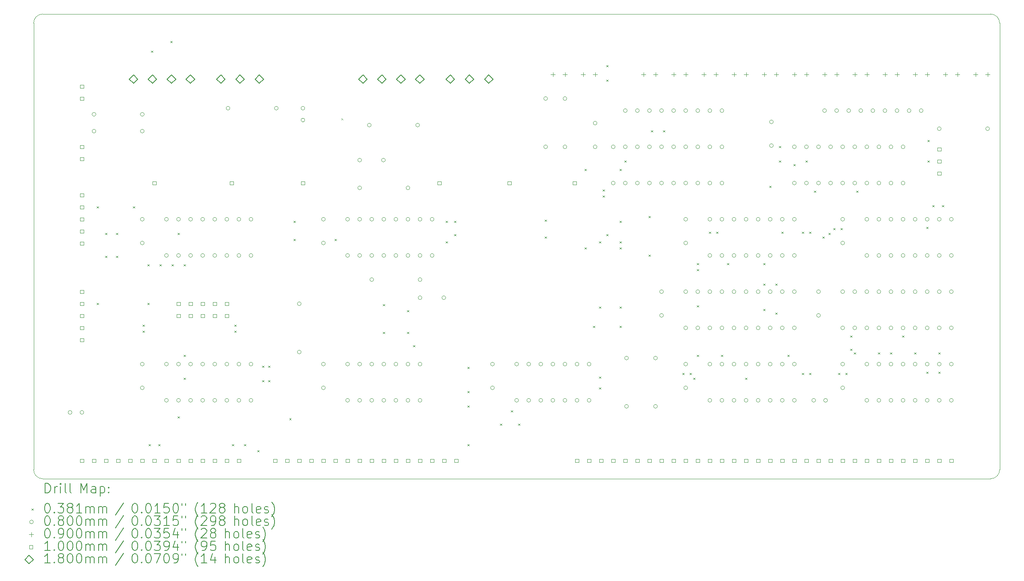
<source format=gbr>
%TF.GenerationSoftware,KiCad,Pcbnew,(7.0.0)*%
%TF.CreationDate,2023-09-24T17:54:10-07:00*%
%TF.ProjectId,gamepad,67616d65-7061-4642-9e6b-696361645f70,rev?*%
%TF.SameCoordinates,Original*%
%TF.FileFunction,Drillmap*%
%TF.FilePolarity,Positive*%
%FSLAX45Y45*%
G04 Gerber Fmt 4.5, Leading zero omitted, Abs format (unit mm)*
G04 Created by KiCad (PCBNEW (7.0.0)) date 2023-09-24 17:54:10*
%MOMM*%
%LPD*%
G01*
G04 APERTURE LIST*
%ADD10C,0.100000*%
%ADD11C,0.200000*%
%ADD12C,0.038100*%
%ADD13C,0.080000*%
%ADD14C,0.090000*%
%ADD15C,0.180000*%
G04 APERTURE END LIST*
D10*
X25400000Y-5270500D02*
X25400000Y-14668500D01*
X25209500Y-14859000D02*
G75*
G03*
X25400000Y-14668500I0J190500D01*
G01*
X5080000Y-14668500D02*
G75*
G03*
X5270500Y-14859000I190500J0D01*
G01*
X5080000Y-14668500D02*
X5080000Y-5270500D01*
X5270500Y-5080000D02*
G75*
G03*
X5080000Y-5270500I0J-190500D01*
G01*
X25209500Y-14859000D02*
X5270500Y-14859000D01*
X25400000Y-5270500D02*
G75*
G03*
X25209500Y-5080000I-190500J0D01*
G01*
X5270500Y-5080000D02*
X25209500Y-5080000D01*
D11*
D12*
X6407150Y-9124950D02*
X6445250Y-9163050D01*
X6445250Y-9124950D02*
X6407150Y-9163050D01*
X6407150Y-11156950D02*
X6445250Y-11195050D01*
X6445250Y-11156950D02*
X6407150Y-11195050D01*
X6584950Y-9683750D02*
X6623050Y-9721850D01*
X6623050Y-9683750D02*
X6584950Y-9721850D01*
X6584950Y-10166350D02*
X6623050Y-10204450D01*
X6623050Y-10166350D02*
X6584950Y-10204450D01*
X6813550Y-9683750D02*
X6851650Y-9721850D01*
X6851650Y-9683750D02*
X6813550Y-9721850D01*
X6813550Y-10166350D02*
X6851650Y-10204450D01*
X6851650Y-10166350D02*
X6813550Y-10204450D01*
X7169150Y-9124950D02*
X7207250Y-9163050D01*
X7207250Y-9124950D02*
X7169150Y-9163050D01*
X7372350Y-11614150D02*
X7410450Y-11652250D01*
X7410450Y-11614150D02*
X7372350Y-11652250D01*
X7372350Y-11741150D02*
X7410450Y-11779250D01*
X7410450Y-11741150D02*
X7372350Y-11779250D01*
X7473950Y-10344150D02*
X7512050Y-10382250D01*
X7512050Y-10344150D02*
X7473950Y-10382250D01*
X7473950Y-11156950D02*
X7512050Y-11195050D01*
X7512050Y-11156950D02*
X7473950Y-11195050D01*
X7499350Y-14128750D02*
X7537450Y-14166850D01*
X7537450Y-14128750D02*
X7499350Y-14166850D01*
X7550150Y-5848350D02*
X7588250Y-5886450D01*
X7588250Y-5848350D02*
X7550150Y-5886450D01*
X7702550Y-14128750D02*
X7740650Y-14166850D01*
X7740650Y-14128750D02*
X7702550Y-14166850D01*
X7727950Y-10344150D02*
X7766050Y-10382250D01*
X7766050Y-10344150D02*
X7727950Y-10382250D01*
X7956550Y-5645150D02*
X7994650Y-5683250D01*
X7994650Y-5645150D02*
X7956550Y-5683250D01*
X7981950Y-10344150D02*
X8020050Y-10382250D01*
X8020050Y-10344150D02*
X7981950Y-10382250D01*
X8108950Y-9683750D02*
X8147050Y-9721850D01*
X8147050Y-9683750D02*
X8108950Y-9721850D01*
X8108950Y-13544550D02*
X8147050Y-13582650D01*
X8147050Y-13544550D02*
X8108950Y-13582650D01*
X8235950Y-10344150D02*
X8274050Y-10382250D01*
X8274050Y-10344150D02*
X8235950Y-10382250D01*
X8235950Y-12249150D02*
X8274050Y-12287250D01*
X8274050Y-12249150D02*
X8235950Y-12287250D01*
X8235950Y-12731750D02*
X8274050Y-12769850D01*
X8274050Y-12731750D02*
X8235950Y-12769850D01*
X9251950Y-14128750D02*
X9290050Y-14166850D01*
X9290050Y-14128750D02*
X9251950Y-14166850D01*
X9302750Y-11614150D02*
X9340850Y-11652250D01*
X9340850Y-11614150D02*
X9302750Y-11652250D01*
X9302750Y-11741150D02*
X9340850Y-11779250D01*
X9340850Y-11741150D02*
X9302750Y-11779250D01*
X9505950Y-14128750D02*
X9544050Y-14166850D01*
X9544050Y-14128750D02*
X9505950Y-14166850D01*
X9785350Y-14255750D02*
X9823450Y-14293850D01*
X9823450Y-14255750D02*
X9785350Y-14293850D01*
X9886950Y-12477750D02*
X9925050Y-12515850D01*
X9925050Y-12477750D02*
X9886950Y-12515850D01*
X9886950Y-12782550D02*
X9925050Y-12820650D01*
X9925050Y-12782550D02*
X9886950Y-12820650D01*
X10013950Y-12477750D02*
X10052050Y-12515850D01*
X10052050Y-12477750D02*
X10013950Y-12515850D01*
X10013950Y-12782550D02*
X10052050Y-12820650D01*
X10052050Y-12782550D02*
X10013950Y-12820650D01*
X10458450Y-13582650D02*
X10496550Y-13620750D01*
X10496550Y-13582650D02*
X10458450Y-13620750D01*
X10547350Y-9429750D02*
X10585450Y-9467850D01*
X10585450Y-9429750D02*
X10547350Y-9467850D01*
X10547350Y-9810750D02*
X10585450Y-9848850D01*
X10585450Y-9810750D02*
X10547350Y-9848850D01*
X11410950Y-9810750D02*
X11449050Y-9848850D01*
X11449050Y-9810750D02*
X11410950Y-9848850D01*
X11549083Y-7270750D02*
X11587183Y-7308850D01*
X11587183Y-7270750D02*
X11549083Y-7308850D01*
X12426950Y-11182350D02*
X12465050Y-11220450D01*
X12465050Y-11182350D02*
X12426950Y-11220450D01*
X12426950Y-11766550D02*
X12465050Y-11804650D01*
X12465050Y-11766550D02*
X12426950Y-11804650D01*
X12934950Y-11309350D02*
X12973050Y-11347450D01*
X12973050Y-11309350D02*
X12934950Y-11347450D01*
X12934950Y-11766550D02*
X12973050Y-11804650D01*
X12973050Y-11766550D02*
X12934950Y-11804650D01*
X13061950Y-12045950D02*
X13100050Y-12084050D01*
X13100050Y-12045950D02*
X13061950Y-12084050D01*
X13747750Y-9429750D02*
X13785850Y-9467850D01*
X13785850Y-9429750D02*
X13747750Y-9467850D01*
X13747750Y-9861550D02*
X13785850Y-9899650D01*
X13785850Y-9861550D02*
X13747750Y-9899650D01*
X13925550Y-9429750D02*
X13963650Y-9467850D01*
X13963650Y-9429750D02*
X13925550Y-9467850D01*
X13925550Y-9709150D02*
X13963650Y-9747250D01*
X13963650Y-9709150D02*
X13925550Y-9747250D01*
X14204950Y-12503150D02*
X14243050Y-12541250D01*
X14243050Y-12503150D02*
X14204950Y-12541250D01*
X14204950Y-13011150D02*
X14243050Y-13049250D01*
X14243050Y-13011150D02*
X14204950Y-13049250D01*
X14204950Y-13315950D02*
X14243050Y-13354050D01*
X14243050Y-13315950D02*
X14204950Y-13354050D01*
X14204950Y-14128750D02*
X14243050Y-14166850D01*
X14243050Y-14128750D02*
X14204950Y-14166850D01*
X14890750Y-13696950D02*
X14928850Y-13735050D01*
X14928850Y-13696950D02*
X14890750Y-13735050D01*
X15119350Y-13417550D02*
X15157450Y-13455650D01*
X15157450Y-13417550D02*
X15119350Y-13455650D01*
X15271750Y-13696950D02*
X15309850Y-13735050D01*
X15309850Y-13696950D02*
X15271750Y-13735050D01*
X15830550Y-9404350D02*
X15868650Y-9442450D01*
X15868650Y-9404350D02*
X15830550Y-9442450D01*
X15830550Y-9759950D02*
X15868650Y-9798050D01*
X15868650Y-9759950D02*
X15830550Y-9798050D01*
X16668750Y-8337550D02*
X16706850Y-8375650D01*
X16706850Y-8337550D02*
X16668750Y-8375650D01*
X16668750Y-9988550D02*
X16706850Y-10026650D01*
X16706850Y-9988550D02*
X16668750Y-10026650D01*
X16846550Y-11639550D02*
X16884650Y-11677650D01*
X16884650Y-11639550D02*
X16846550Y-11677650D01*
X16973550Y-9861550D02*
X17011650Y-9899650D01*
X17011650Y-9861550D02*
X16973550Y-9899650D01*
X16973550Y-11233150D02*
X17011650Y-11271250D01*
X17011650Y-11233150D02*
X16973550Y-11271250D01*
X16973550Y-12706350D02*
X17011650Y-12744450D01*
X17011650Y-12706350D02*
X16973550Y-12744450D01*
X16973550Y-12934950D02*
X17011650Y-12973050D01*
X17011650Y-12934950D02*
X16973550Y-12973050D01*
X17049750Y-8769350D02*
X17087850Y-8807450D01*
X17087850Y-8769350D02*
X17049750Y-8807450D01*
X17049750Y-8896350D02*
X17087850Y-8934450D01*
X17087850Y-8896350D02*
X17049750Y-8934450D01*
X17125950Y-6153150D02*
X17164050Y-6191250D01*
X17164050Y-6153150D02*
X17125950Y-6191250D01*
X17125950Y-6457950D02*
X17164050Y-6496050D01*
X17164050Y-6457950D02*
X17125950Y-6496050D01*
X17125950Y-9709150D02*
X17164050Y-9747250D01*
X17164050Y-9709150D02*
X17125950Y-9747250D01*
X17405350Y-8337550D02*
X17443450Y-8375650D01*
X17443450Y-8337550D02*
X17405350Y-8375650D01*
X17405350Y-9429750D02*
X17443450Y-9467850D01*
X17443450Y-9429750D02*
X17405350Y-9467850D01*
X17405350Y-9861550D02*
X17443450Y-9899650D01*
X17443450Y-9861550D02*
X17405350Y-9899650D01*
X17405350Y-9988550D02*
X17443450Y-10026650D01*
X17443450Y-9988550D02*
X17405350Y-10026650D01*
X17405350Y-11233150D02*
X17443450Y-11271250D01*
X17443450Y-11233150D02*
X17405350Y-11271250D01*
X17405350Y-11639550D02*
X17443450Y-11677650D01*
X17443450Y-11639550D02*
X17405350Y-11677650D01*
X17506950Y-8159750D02*
X17545050Y-8197850D01*
X17545050Y-8159750D02*
X17506950Y-8197850D01*
X18014950Y-9328150D02*
X18053050Y-9366250D01*
X18053050Y-9328150D02*
X18014950Y-9366250D01*
X18014950Y-10140950D02*
X18053050Y-10179050D01*
X18053050Y-10140950D02*
X18014950Y-10179050D01*
X18065750Y-7524750D02*
X18103850Y-7562850D01*
X18103850Y-7524750D02*
X18065750Y-7562850D01*
X18319750Y-7524750D02*
X18357850Y-7562850D01*
X18357850Y-7524750D02*
X18319750Y-7562850D01*
X18726150Y-12630150D02*
X18764250Y-12668250D01*
X18764250Y-12630150D02*
X18726150Y-12668250D01*
X18878550Y-12630150D02*
X18916650Y-12668250D01*
X18916650Y-12630150D02*
X18878550Y-12668250D01*
X18954750Y-12731750D02*
X18992850Y-12769850D01*
X18992850Y-12731750D02*
X18954750Y-12769850D01*
X19030950Y-10318750D02*
X19069050Y-10356850D01*
X19069050Y-10318750D02*
X19030950Y-10356850D01*
X19030950Y-10445750D02*
X19069050Y-10483850D01*
X19069050Y-10445750D02*
X19030950Y-10483850D01*
X19030950Y-11207750D02*
X19069050Y-11245850D01*
X19069050Y-11207750D02*
X19030950Y-11245850D01*
X19030950Y-12249150D02*
X19069050Y-12287250D01*
X19069050Y-12249150D02*
X19030950Y-12287250D01*
X19284950Y-9658350D02*
X19323050Y-9696450D01*
X19323050Y-9658350D02*
X19284950Y-9696450D01*
X19437350Y-9658350D02*
X19475450Y-9696450D01*
X19475450Y-9658350D02*
X19437350Y-9696450D01*
X19538950Y-12249150D02*
X19577050Y-12287250D01*
X19577050Y-12249150D02*
X19538950Y-12287250D01*
X19665950Y-10318750D02*
X19704050Y-10356850D01*
X19704050Y-10318750D02*
X19665950Y-10356850D01*
X20046950Y-12731750D02*
X20085050Y-12769850D01*
X20085050Y-12731750D02*
X20046950Y-12769850D01*
X20427950Y-10318750D02*
X20466050Y-10356850D01*
X20466050Y-10318750D02*
X20427950Y-10356850D01*
X20427950Y-10750550D02*
X20466050Y-10788650D01*
X20466050Y-10750550D02*
X20427950Y-10788650D01*
X20427950Y-11283950D02*
X20466050Y-11322050D01*
X20466050Y-11283950D02*
X20427950Y-11322050D01*
X20554950Y-8693150D02*
X20593050Y-8731250D01*
X20593050Y-8693150D02*
X20554950Y-8731250D01*
X20681950Y-10750550D02*
X20720050Y-10788650D01*
X20720050Y-10750550D02*
X20681950Y-10788650D01*
X20681950Y-11360150D02*
X20720050Y-11398250D01*
X20720050Y-11360150D02*
X20681950Y-11398250D01*
X20758150Y-7854950D02*
X20796250Y-7893050D01*
X20796250Y-7854950D02*
X20758150Y-7893050D01*
X20758150Y-8159750D02*
X20796250Y-8197850D01*
X20796250Y-8159750D02*
X20758150Y-8197850D01*
X20808950Y-9658350D02*
X20847050Y-9696450D01*
X20847050Y-9658350D02*
X20808950Y-9696450D01*
X20935950Y-12249150D02*
X20974050Y-12287250D01*
X20974050Y-12249150D02*
X20935950Y-12287250D01*
X21062950Y-8235950D02*
X21101050Y-8274050D01*
X21101050Y-8235950D02*
X21062950Y-8274050D01*
X21240750Y-9658350D02*
X21278850Y-9696450D01*
X21278850Y-9658350D02*
X21240750Y-9696450D01*
X21240750Y-12630150D02*
X21278850Y-12668250D01*
X21278850Y-12630150D02*
X21240750Y-12668250D01*
X21316950Y-8159750D02*
X21355050Y-8197850D01*
X21355050Y-8159750D02*
X21316950Y-8197850D01*
X21393150Y-9658350D02*
X21431250Y-9696450D01*
X21431250Y-9658350D02*
X21393150Y-9696450D01*
X21393150Y-12630150D02*
X21431250Y-12668250D01*
X21431250Y-12630150D02*
X21393150Y-12668250D01*
X21494750Y-8794750D02*
X21532850Y-8832850D01*
X21532850Y-8794750D02*
X21494750Y-8832850D01*
X21672550Y-9759950D02*
X21710650Y-9798050D01*
X21710650Y-9759950D02*
X21672550Y-9798050D01*
X21799550Y-9683750D02*
X21837650Y-9721850D01*
X21837650Y-9683750D02*
X21799550Y-9721850D01*
X21901150Y-9582150D02*
X21939250Y-9620250D01*
X21939250Y-9582150D02*
X21901150Y-9620250D01*
X22002750Y-12630150D02*
X22040850Y-12668250D01*
X22040850Y-12630150D02*
X22002750Y-12668250D01*
X22053550Y-9582150D02*
X22091650Y-9620250D01*
X22091650Y-9582150D02*
X22053550Y-9620250D01*
X22155150Y-12630150D02*
X22193250Y-12668250D01*
X22193250Y-12630150D02*
X22155150Y-12668250D01*
X22256750Y-11842750D02*
X22294850Y-11880850D01*
X22294850Y-11842750D02*
X22256750Y-11880850D01*
X22256750Y-12122150D02*
X22294850Y-12160250D01*
X22294850Y-12122150D02*
X22256750Y-12160250D01*
X22332950Y-12198350D02*
X22371050Y-12236450D01*
X22371050Y-12198350D02*
X22332950Y-12236450D01*
X22383750Y-8794750D02*
X22421850Y-8832850D01*
X22421850Y-8794750D02*
X22383750Y-8832850D01*
X22840950Y-12198350D02*
X22879050Y-12236450D01*
X22879050Y-12198350D02*
X22840950Y-12236450D01*
X23094950Y-12198350D02*
X23133050Y-12236450D01*
X23133050Y-12198350D02*
X23094950Y-12236450D01*
X23348950Y-11842750D02*
X23387050Y-11880850D01*
X23387050Y-11842750D02*
X23348950Y-11880850D01*
X23602950Y-12198350D02*
X23641050Y-12236450D01*
X23641050Y-12198350D02*
X23602950Y-12236450D01*
X23856950Y-9556750D02*
X23895050Y-9594850D01*
X23895050Y-9556750D02*
X23856950Y-9594850D01*
X23856950Y-12604750D02*
X23895050Y-12642850D01*
X23895050Y-12604750D02*
X23856950Y-12642850D01*
X23882350Y-7727950D02*
X23920450Y-7766050D01*
X23920450Y-7727950D02*
X23882350Y-7766050D01*
X23882350Y-8159750D02*
X23920450Y-8197850D01*
X23920450Y-8159750D02*
X23882350Y-8197850D01*
X23983950Y-9099550D02*
X24022050Y-9137650D01*
X24022050Y-9099550D02*
X23983950Y-9137650D01*
X24110950Y-12198350D02*
X24149050Y-12236450D01*
X24149050Y-12198350D02*
X24110950Y-12236450D01*
X24110950Y-12604750D02*
X24149050Y-12642850D01*
X24149050Y-12604750D02*
X24110950Y-12642850D01*
X24187150Y-9099550D02*
X24225250Y-9137650D01*
X24225250Y-9099550D02*
X24187150Y-9137650D01*
D13*
X5886000Y-13462000D02*
G75*
G03*
X5886000Y-13462000I-40000J0D01*
G01*
X6136000Y-13462000D02*
G75*
G03*
X6136000Y-13462000I-40000J0D01*
G01*
X6390000Y-7189600D02*
G75*
G03*
X6390000Y-7189600I-40000J0D01*
G01*
X6390000Y-7543800D02*
G75*
G03*
X6390000Y-7543800I-40000J0D01*
G01*
X7406000Y-7189600D02*
G75*
G03*
X7406000Y-7189600I-40000J0D01*
G01*
X7406000Y-7543800D02*
G75*
G03*
X7406000Y-7543800I-40000J0D01*
G01*
X7406000Y-9398000D02*
G75*
G03*
X7406000Y-9398000I-40000J0D01*
G01*
X7406000Y-9898000D02*
G75*
G03*
X7406000Y-9898000I-40000J0D01*
G01*
X7406000Y-12446000D02*
G75*
G03*
X7406000Y-12446000I-40000J0D01*
G01*
X7406000Y-12946000D02*
G75*
G03*
X7406000Y-12946000I-40000J0D01*
G01*
X7914000Y-9398000D02*
G75*
G03*
X7914000Y-9398000I-40000J0D01*
G01*
X7914000Y-10160000D02*
G75*
G03*
X7914000Y-10160000I-40000J0D01*
G01*
X7914000Y-12446000D02*
G75*
G03*
X7914000Y-12446000I-40000J0D01*
G01*
X7914000Y-13208000D02*
G75*
G03*
X7914000Y-13208000I-40000J0D01*
G01*
X8168000Y-9398000D02*
G75*
G03*
X8168000Y-9398000I-40000J0D01*
G01*
X8168000Y-10160000D02*
G75*
G03*
X8168000Y-10160000I-40000J0D01*
G01*
X8168000Y-12446000D02*
G75*
G03*
X8168000Y-12446000I-40000J0D01*
G01*
X8168000Y-13208000D02*
G75*
G03*
X8168000Y-13208000I-40000J0D01*
G01*
X8422000Y-9398000D02*
G75*
G03*
X8422000Y-9398000I-40000J0D01*
G01*
X8422000Y-10160000D02*
G75*
G03*
X8422000Y-10160000I-40000J0D01*
G01*
X8422000Y-12446000D02*
G75*
G03*
X8422000Y-12446000I-40000J0D01*
G01*
X8422000Y-13208000D02*
G75*
G03*
X8422000Y-13208000I-40000J0D01*
G01*
X8676000Y-9398000D02*
G75*
G03*
X8676000Y-9398000I-40000J0D01*
G01*
X8676000Y-10160000D02*
G75*
G03*
X8676000Y-10160000I-40000J0D01*
G01*
X8676000Y-12446000D02*
G75*
G03*
X8676000Y-12446000I-40000J0D01*
G01*
X8676000Y-13208000D02*
G75*
G03*
X8676000Y-13208000I-40000J0D01*
G01*
X8930000Y-9398000D02*
G75*
G03*
X8930000Y-9398000I-40000J0D01*
G01*
X8930000Y-10160000D02*
G75*
G03*
X8930000Y-10160000I-40000J0D01*
G01*
X8930000Y-12446000D02*
G75*
G03*
X8930000Y-12446000I-40000J0D01*
G01*
X8930000Y-13208000D02*
G75*
G03*
X8930000Y-13208000I-40000J0D01*
G01*
X9184000Y-9398000D02*
G75*
G03*
X9184000Y-9398000I-40000J0D01*
G01*
X9184000Y-10160000D02*
G75*
G03*
X9184000Y-10160000I-40000J0D01*
G01*
X9184000Y-12446000D02*
G75*
G03*
X9184000Y-12446000I-40000J0D01*
G01*
X9184000Y-13208000D02*
G75*
G03*
X9184000Y-13208000I-40000J0D01*
G01*
X9209400Y-7061200D02*
G75*
G03*
X9209400Y-7061200I-40000J0D01*
G01*
X9438000Y-9398000D02*
G75*
G03*
X9438000Y-9398000I-40000J0D01*
G01*
X9438000Y-10160000D02*
G75*
G03*
X9438000Y-10160000I-40000J0D01*
G01*
X9438000Y-12446000D02*
G75*
G03*
X9438000Y-12446000I-40000J0D01*
G01*
X9438000Y-13208000D02*
G75*
G03*
X9438000Y-13208000I-40000J0D01*
G01*
X9692000Y-9398000D02*
G75*
G03*
X9692000Y-9398000I-40000J0D01*
G01*
X9692000Y-10160000D02*
G75*
G03*
X9692000Y-10160000I-40000J0D01*
G01*
X9692000Y-12446000D02*
G75*
G03*
X9692000Y-12446000I-40000J0D01*
G01*
X9692000Y-13208000D02*
G75*
G03*
X9692000Y-13208000I-40000J0D01*
G01*
X10225400Y-7061200D02*
G75*
G03*
X10225400Y-7061200I-40000J0D01*
G01*
X10708000Y-11176000D02*
G75*
G03*
X10708000Y-11176000I-40000J0D01*
G01*
X10708000Y-12192000D02*
G75*
G03*
X10708000Y-12192000I-40000J0D01*
G01*
X10784200Y-7061200D02*
G75*
G03*
X10784200Y-7061200I-40000J0D01*
G01*
X10784200Y-7311200D02*
G75*
G03*
X10784200Y-7311200I-40000J0D01*
G01*
X11216000Y-9398000D02*
G75*
G03*
X11216000Y-9398000I-40000J0D01*
G01*
X11216000Y-9898000D02*
G75*
G03*
X11216000Y-9898000I-40000J0D01*
G01*
X11216000Y-12446000D02*
G75*
G03*
X11216000Y-12446000I-40000J0D01*
G01*
X11216000Y-12946000D02*
G75*
G03*
X11216000Y-12946000I-40000J0D01*
G01*
X11724000Y-9398000D02*
G75*
G03*
X11724000Y-9398000I-40000J0D01*
G01*
X11724000Y-10160000D02*
G75*
G03*
X11724000Y-10160000I-40000J0D01*
G01*
X11724000Y-12446000D02*
G75*
G03*
X11724000Y-12446000I-40000J0D01*
G01*
X11724000Y-13208000D02*
G75*
G03*
X11724000Y-13208000I-40000J0D01*
G01*
X11978000Y-8153400D02*
G75*
G03*
X11978000Y-8153400I-40000J0D01*
G01*
X11978000Y-8737600D02*
G75*
G03*
X11978000Y-8737600I-40000J0D01*
G01*
X11978000Y-9398000D02*
G75*
G03*
X11978000Y-9398000I-40000J0D01*
G01*
X11978000Y-10160000D02*
G75*
G03*
X11978000Y-10160000I-40000J0D01*
G01*
X11978000Y-12446000D02*
G75*
G03*
X11978000Y-12446000I-40000J0D01*
G01*
X11978000Y-13208000D02*
G75*
G03*
X11978000Y-13208000I-40000J0D01*
G01*
X12181200Y-7416800D02*
G75*
G03*
X12181200Y-7416800I-40000J0D01*
G01*
X12232000Y-9398000D02*
G75*
G03*
X12232000Y-9398000I-40000J0D01*
G01*
X12232000Y-10160000D02*
G75*
G03*
X12232000Y-10160000I-40000J0D01*
G01*
X12232000Y-10668000D02*
G75*
G03*
X12232000Y-10668000I-40000J0D01*
G01*
X12232000Y-12446000D02*
G75*
G03*
X12232000Y-12446000I-40000J0D01*
G01*
X12232000Y-13208000D02*
G75*
G03*
X12232000Y-13208000I-40000J0D01*
G01*
X12478000Y-8153400D02*
G75*
G03*
X12478000Y-8153400I-40000J0D01*
G01*
X12486000Y-9398000D02*
G75*
G03*
X12486000Y-9398000I-40000J0D01*
G01*
X12486000Y-10160000D02*
G75*
G03*
X12486000Y-10160000I-40000J0D01*
G01*
X12486000Y-12446000D02*
G75*
G03*
X12486000Y-12446000I-40000J0D01*
G01*
X12486000Y-13208000D02*
G75*
G03*
X12486000Y-13208000I-40000J0D01*
G01*
X12740000Y-9398000D02*
G75*
G03*
X12740000Y-9398000I-40000J0D01*
G01*
X12740000Y-10160000D02*
G75*
G03*
X12740000Y-10160000I-40000J0D01*
G01*
X12740000Y-12446000D02*
G75*
G03*
X12740000Y-12446000I-40000J0D01*
G01*
X12740000Y-13208000D02*
G75*
G03*
X12740000Y-13208000I-40000J0D01*
G01*
X12994000Y-8737600D02*
G75*
G03*
X12994000Y-8737600I-40000J0D01*
G01*
X12994000Y-9398000D02*
G75*
G03*
X12994000Y-9398000I-40000J0D01*
G01*
X12994000Y-10160000D02*
G75*
G03*
X12994000Y-10160000I-40000J0D01*
G01*
X12994000Y-12446000D02*
G75*
G03*
X12994000Y-12446000I-40000J0D01*
G01*
X12994000Y-13208000D02*
G75*
G03*
X12994000Y-13208000I-40000J0D01*
G01*
X13197200Y-7416800D02*
G75*
G03*
X13197200Y-7416800I-40000J0D01*
G01*
X13248000Y-9398000D02*
G75*
G03*
X13248000Y-9398000I-40000J0D01*
G01*
X13248000Y-10160000D02*
G75*
G03*
X13248000Y-10160000I-40000J0D01*
G01*
X13248000Y-10668000D02*
G75*
G03*
X13248000Y-10668000I-40000J0D01*
G01*
X13248000Y-11049000D02*
G75*
G03*
X13248000Y-11049000I-40000J0D01*
G01*
X13248000Y-12446000D02*
G75*
G03*
X13248000Y-12446000I-40000J0D01*
G01*
X13248000Y-13208000D02*
G75*
G03*
X13248000Y-13208000I-40000J0D01*
G01*
X13502000Y-9398000D02*
G75*
G03*
X13502000Y-9398000I-40000J0D01*
G01*
X13502000Y-10160000D02*
G75*
G03*
X13502000Y-10160000I-40000J0D01*
G01*
X13748000Y-11049000D02*
G75*
G03*
X13748000Y-11049000I-40000J0D01*
G01*
X14772000Y-12446000D02*
G75*
G03*
X14772000Y-12446000I-40000J0D01*
G01*
X14772000Y-12946000D02*
G75*
G03*
X14772000Y-12946000I-40000J0D01*
G01*
X15280000Y-12446000D02*
G75*
G03*
X15280000Y-12446000I-40000J0D01*
G01*
X15280000Y-13208000D02*
G75*
G03*
X15280000Y-13208000I-40000J0D01*
G01*
X15534000Y-12446000D02*
G75*
G03*
X15534000Y-12446000I-40000J0D01*
G01*
X15534000Y-13208000D02*
G75*
G03*
X15534000Y-13208000I-40000J0D01*
G01*
X15788000Y-12446000D02*
G75*
G03*
X15788000Y-12446000I-40000J0D01*
G01*
X15788000Y-13208000D02*
G75*
G03*
X15788000Y-13208000I-40000J0D01*
G01*
X15889600Y-6858000D02*
G75*
G03*
X15889600Y-6858000I-40000J0D01*
G01*
X15889600Y-7874000D02*
G75*
G03*
X15889600Y-7874000I-40000J0D01*
G01*
X16042000Y-12446000D02*
G75*
G03*
X16042000Y-12446000I-40000J0D01*
G01*
X16042000Y-13208000D02*
G75*
G03*
X16042000Y-13208000I-40000J0D01*
G01*
X16296000Y-6858000D02*
G75*
G03*
X16296000Y-6858000I-40000J0D01*
G01*
X16296000Y-7874000D02*
G75*
G03*
X16296000Y-7874000I-40000J0D01*
G01*
X16296000Y-12446000D02*
G75*
G03*
X16296000Y-12446000I-40000J0D01*
G01*
X16296000Y-13208000D02*
G75*
G03*
X16296000Y-13208000I-40000J0D01*
G01*
X16550000Y-12446000D02*
G75*
G03*
X16550000Y-12446000I-40000J0D01*
G01*
X16550000Y-13208000D02*
G75*
G03*
X16550000Y-13208000I-40000J0D01*
G01*
X16804000Y-12446000D02*
G75*
G03*
X16804000Y-12446000I-40000J0D01*
G01*
X16804000Y-13208000D02*
G75*
G03*
X16804000Y-13208000I-40000J0D01*
G01*
X16931000Y-7374000D02*
G75*
G03*
X16931000Y-7374000I-40000J0D01*
G01*
X16931000Y-7874000D02*
G75*
G03*
X16931000Y-7874000I-40000J0D01*
G01*
X17312000Y-7874000D02*
G75*
G03*
X17312000Y-7874000I-40000J0D01*
G01*
X17312000Y-8636000D02*
G75*
G03*
X17312000Y-8636000I-40000J0D01*
G01*
X17566000Y-7112000D02*
G75*
G03*
X17566000Y-7112000I-40000J0D01*
G01*
X17566000Y-7874000D02*
G75*
G03*
X17566000Y-7874000I-40000J0D01*
G01*
X17566000Y-8636000D02*
G75*
G03*
X17566000Y-8636000I-40000J0D01*
G01*
X17591400Y-12319000D02*
G75*
G03*
X17591400Y-12319000I-40000J0D01*
G01*
X17591400Y-13335000D02*
G75*
G03*
X17591400Y-13335000I-40000J0D01*
G01*
X17820000Y-7112000D02*
G75*
G03*
X17820000Y-7112000I-40000J0D01*
G01*
X17820000Y-7874000D02*
G75*
G03*
X17820000Y-7874000I-40000J0D01*
G01*
X17820000Y-8636000D02*
G75*
G03*
X17820000Y-8636000I-40000J0D01*
G01*
X18074000Y-7112000D02*
G75*
G03*
X18074000Y-7112000I-40000J0D01*
G01*
X18074000Y-7874000D02*
G75*
G03*
X18074000Y-7874000I-40000J0D01*
G01*
X18074000Y-8636000D02*
G75*
G03*
X18074000Y-8636000I-40000J0D01*
G01*
X18201000Y-12319000D02*
G75*
G03*
X18201000Y-12319000I-40000J0D01*
G01*
X18201000Y-13335000D02*
G75*
G03*
X18201000Y-13335000I-40000J0D01*
G01*
X18328000Y-7112000D02*
G75*
G03*
X18328000Y-7112000I-40000J0D01*
G01*
X18328000Y-7874000D02*
G75*
G03*
X18328000Y-7874000I-40000J0D01*
G01*
X18328000Y-8636000D02*
G75*
G03*
X18328000Y-8636000I-40000J0D01*
G01*
X18328000Y-10922000D02*
G75*
G03*
X18328000Y-10922000I-40000J0D01*
G01*
X18328000Y-11422000D02*
G75*
G03*
X18328000Y-11422000I-40000J0D01*
G01*
X18582000Y-7112000D02*
G75*
G03*
X18582000Y-7112000I-40000J0D01*
G01*
X18582000Y-7874000D02*
G75*
G03*
X18582000Y-7874000I-40000J0D01*
G01*
X18582000Y-8636000D02*
G75*
G03*
X18582000Y-8636000I-40000J0D01*
G01*
X18836000Y-7112000D02*
G75*
G03*
X18836000Y-7112000I-40000J0D01*
G01*
X18836000Y-7874000D02*
G75*
G03*
X18836000Y-7874000I-40000J0D01*
G01*
X18836000Y-8636000D02*
G75*
G03*
X18836000Y-8636000I-40000J0D01*
G01*
X18836000Y-9398000D02*
G75*
G03*
X18836000Y-9398000I-40000J0D01*
G01*
X18836000Y-9898000D02*
G75*
G03*
X18836000Y-9898000I-40000J0D01*
G01*
X18836000Y-10922000D02*
G75*
G03*
X18836000Y-10922000I-40000J0D01*
G01*
X18836000Y-11684000D02*
G75*
G03*
X18836000Y-11684000I-40000J0D01*
G01*
X18836000Y-12446000D02*
G75*
G03*
X18836000Y-12446000I-40000J0D01*
G01*
X18836000Y-12946000D02*
G75*
G03*
X18836000Y-12946000I-40000J0D01*
G01*
X19090000Y-7112000D02*
G75*
G03*
X19090000Y-7112000I-40000J0D01*
G01*
X19090000Y-7874000D02*
G75*
G03*
X19090000Y-7874000I-40000J0D01*
G01*
X19090000Y-8636000D02*
G75*
G03*
X19090000Y-8636000I-40000J0D01*
G01*
X19090000Y-10922000D02*
G75*
G03*
X19090000Y-10922000I-40000J0D01*
G01*
X19090000Y-11684000D02*
G75*
G03*
X19090000Y-11684000I-40000J0D01*
G01*
X19344000Y-7112000D02*
G75*
G03*
X19344000Y-7112000I-40000J0D01*
G01*
X19344000Y-7874000D02*
G75*
G03*
X19344000Y-7874000I-40000J0D01*
G01*
X19344000Y-8636000D02*
G75*
G03*
X19344000Y-8636000I-40000J0D01*
G01*
X19344000Y-9398000D02*
G75*
G03*
X19344000Y-9398000I-40000J0D01*
G01*
X19344000Y-10160000D02*
G75*
G03*
X19344000Y-10160000I-40000J0D01*
G01*
X19344000Y-10922000D02*
G75*
G03*
X19344000Y-10922000I-40000J0D01*
G01*
X19344000Y-11684000D02*
G75*
G03*
X19344000Y-11684000I-40000J0D01*
G01*
X19344000Y-12446000D02*
G75*
G03*
X19344000Y-12446000I-40000J0D01*
G01*
X19344000Y-13208000D02*
G75*
G03*
X19344000Y-13208000I-40000J0D01*
G01*
X19598000Y-7112000D02*
G75*
G03*
X19598000Y-7112000I-40000J0D01*
G01*
X19598000Y-7874000D02*
G75*
G03*
X19598000Y-7874000I-40000J0D01*
G01*
X19598000Y-8636000D02*
G75*
G03*
X19598000Y-8636000I-40000J0D01*
G01*
X19598000Y-9398000D02*
G75*
G03*
X19598000Y-9398000I-40000J0D01*
G01*
X19598000Y-10160000D02*
G75*
G03*
X19598000Y-10160000I-40000J0D01*
G01*
X19598000Y-10922000D02*
G75*
G03*
X19598000Y-10922000I-40000J0D01*
G01*
X19598000Y-11684000D02*
G75*
G03*
X19598000Y-11684000I-40000J0D01*
G01*
X19598000Y-12446000D02*
G75*
G03*
X19598000Y-12446000I-40000J0D01*
G01*
X19598000Y-13208000D02*
G75*
G03*
X19598000Y-13208000I-40000J0D01*
G01*
X19852000Y-9398000D02*
G75*
G03*
X19852000Y-9398000I-40000J0D01*
G01*
X19852000Y-10160000D02*
G75*
G03*
X19852000Y-10160000I-40000J0D01*
G01*
X19852000Y-10922000D02*
G75*
G03*
X19852000Y-10922000I-40000J0D01*
G01*
X19852000Y-11684000D02*
G75*
G03*
X19852000Y-11684000I-40000J0D01*
G01*
X19852000Y-12446000D02*
G75*
G03*
X19852000Y-12446000I-40000J0D01*
G01*
X19852000Y-13208000D02*
G75*
G03*
X19852000Y-13208000I-40000J0D01*
G01*
X20106000Y-9398000D02*
G75*
G03*
X20106000Y-9398000I-40000J0D01*
G01*
X20106000Y-10160000D02*
G75*
G03*
X20106000Y-10160000I-40000J0D01*
G01*
X20106000Y-10922000D02*
G75*
G03*
X20106000Y-10922000I-40000J0D01*
G01*
X20106000Y-11684000D02*
G75*
G03*
X20106000Y-11684000I-40000J0D01*
G01*
X20106000Y-12446000D02*
G75*
G03*
X20106000Y-12446000I-40000J0D01*
G01*
X20106000Y-13208000D02*
G75*
G03*
X20106000Y-13208000I-40000J0D01*
G01*
X20360000Y-9398000D02*
G75*
G03*
X20360000Y-9398000I-40000J0D01*
G01*
X20360000Y-10160000D02*
G75*
G03*
X20360000Y-10160000I-40000J0D01*
G01*
X20360000Y-10922000D02*
G75*
G03*
X20360000Y-10922000I-40000J0D01*
G01*
X20360000Y-11684000D02*
G75*
G03*
X20360000Y-11684000I-40000J0D01*
G01*
X20360000Y-12446000D02*
G75*
G03*
X20360000Y-12446000I-40000J0D01*
G01*
X20360000Y-13208000D02*
G75*
G03*
X20360000Y-13208000I-40000J0D01*
G01*
X20614000Y-9398000D02*
G75*
G03*
X20614000Y-9398000I-40000J0D01*
G01*
X20614000Y-10160000D02*
G75*
G03*
X20614000Y-10160000I-40000J0D01*
G01*
X20614000Y-10922000D02*
G75*
G03*
X20614000Y-10922000I-40000J0D01*
G01*
X20614000Y-11684000D02*
G75*
G03*
X20614000Y-11684000I-40000J0D01*
G01*
X20614000Y-12446000D02*
G75*
G03*
X20614000Y-12446000I-40000J0D01*
G01*
X20614000Y-13208000D02*
G75*
G03*
X20614000Y-13208000I-40000J0D01*
G01*
X20639400Y-7348600D02*
G75*
G03*
X20639400Y-7348600I-40000J0D01*
G01*
X20639400Y-7848600D02*
G75*
G03*
X20639400Y-7848600I-40000J0D01*
G01*
X20868000Y-9398000D02*
G75*
G03*
X20868000Y-9398000I-40000J0D01*
G01*
X20868000Y-10160000D02*
G75*
G03*
X20868000Y-10160000I-40000J0D01*
G01*
X20868000Y-10922000D02*
G75*
G03*
X20868000Y-10922000I-40000J0D01*
G01*
X20868000Y-11684000D02*
G75*
G03*
X20868000Y-11684000I-40000J0D01*
G01*
X20868000Y-12446000D02*
G75*
G03*
X20868000Y-12446000I-40000J0D01*
G01*
X20868000Y-13208000D02*
G75*
G03*
X20868000Y-13208000I-40000J0D01*
G01*
X21122000Y-7874000D02*
G75*
G03*
X21122000Y-7874000I-40000J0D01*
G01*
X21122000Y-8636000D02*
G75*
G03*
X21122000Y-8636000I-40000J0D01*
G01*
X21122000Y-9398000D02*
G75*
G03*
X21122000Y-9398000I-40000J0D01*
G01*
X21122000Y-10160000D02*
G75*
G03*
X21122000Y-10160000I-40000J0D01*
G01*
X21122000Y-10922000D02*
G75*
G03*
X21122000Y-10922000I-40000J0D01*
G01*
X21122000Y-11684000D02*
G75*
G03*
X21122000Y-11684000I-40000J0D01*
G01*
X21122000Y-12446000D02*
G75*
G03*
X21122000Y-12446000I-40000J0D01*
G01*
X21122000Y-13208000D02*
G75*
G03*
X21122000Y-13208000I-40000J0D01*
G01*
X21376000Y-7874000D02*
G75*
G03*
X21376000Y-7874000I-40000J0D01*
G01*
X21376000Y-8636000D02*
G75*
G03*
X21376000Y-8636000I-40000J0D01*
G01*
X21528400Y-13208000D02*
G75*
G03*
X21528400Y-13208000I-40000J0D01*
G01*
X21630000Y-7874000D02*
G75*
G03*
X21630000Y-7874000I-40000J0D01*
G01*
X21630000Y-8636000D02*
G75*
G03*
X21630000Y-8636000I-40000J0D01*
G01*
X21630000Y-10922000D02*
G75*
G03*
X21630000Y-10922000I-40000J0D01*
G01*
X21630000Y-11422000D02*
G75*
G03*
X21630000Y-11422000I-40000J0D01*
G01*
X21757000Y-7112000D02*
G75*
G03*
X21757000Y-7112000I-40000J0D01*
G01*
X21778400Y-13208000D02*
G75*
G03*
X21778400Y-13208000I-40000J0D01*
G01*
X21884000Y-7874000D02*
G75*
G03*
X21884000Y-7874000I-40000J0D01*
G01*
X21884000Y-8636000D02*
G75*
G03*
X21884000Y-8636000I-40000J0D01*
G01*
X22011000Y-7112000D02*
G75*
G03*
X22011000Y-7112000I-40000J0D01*
G01*
X22138000Y-7874000D02*
G75*
G03*
X22138000Y-7874000I-40000J0D01*
G01*
X22138000Y-8636000D02*
G75*
G03*
X22138000Y-8636000I-40000J0D01*
G01*
X22138000Y-9398000D02*
G75*
G03*
X22138000Y-9398000I-40000J0D01*
G01*
X22138000Y-9898000D02*
G75*
G03*
X22138000Y-9898000I-40000J0D01*
G01*
X22138000Y-10922000D02*
G75*
G03*
X22138000Y-10922000I-40000J0D01*
G01*
X22138000Y-11684000D02*
G75*
G03*
X22138000Y-11684000I-40000J0D01*
G01*
X22138000Y-12446000D02*
G75*
G03*
X22138000Y-12446000I-40000J0D01*
G01*
X22138000Y-12946000D02*
G75*
G03*
X22138000Y-12946000I-40000J0D01*
G01*
X22265000Y-7112000D02*
G75*
G03*
X22265000Y-7112000I-40000J0D01*
G01*
X22392000Y-7874000D02*
G75*
G03*
X22392000Y-7874000I-40000J0D01*
G01*
X22392000Y-8636000D02*
G75*
G03*
X22392000Y-8636000I-40000J0D01*
G01*
X22392000Y-10922000D02*
G75*
G03*
X22392000Y-10922000I-40000J0D01*
G01*
X22392000Y-11684000D02*
G75*
G03*
X22392000Y-11684000I-40000J0D01*
G01*
X22519000Y-7112000D02*
G75*
G03*
X22519000Y-7112000I-40000J0D01*
G01*
X22646000Y-7874000D02*
G75*
G03*
X22646000Y-7874000I-40000J0D01*
G01*
X22646000Y-8636000D02*
G75*
G03*
X22646000Y-8636000I-40000J0D01*
G01*
X22646000Y-9398000D02*
G75*
G03*
X22646000Y-9398000I-40000J0D01*
G01*
X22646000Y-10160000D02*
G75*
G03*
X22646000Y-10160000I-40000J0D01*
G01*
X22646000Y-10922000D02*
G75*
G03*
X22646000Y-10922000I-40000J0D01*
G01*
X22646000Y-11684000D02*
G75*
G03*
X22646000Y-11684000I-40000J0D01*
G01*
X22646000Y-12446000D02*
G75*
G03*
X22646000Y-12446000I-40000J0D01*
G01*
X22646000Y-13208000D02*
G75*
G03*
X22646000Y-13208000I-40000J0D01*
G01*
X22773000Y-7112000D02*
G75*
G03*
X22773000Y-7112000I-40000J0D01*
G01*
X22900000Y-7874000D02*
G75*
G03*
X22900000Y-7874000I-40000J0D01*
G01*
X22900000Y-8636000D02*
G75*
G03*
X22900000Y-8636000I-40000J0D01*
G01*
X22900000Y-9398000D02*
G75*
G03*
X22900000Y-9398000I-40000J0D01*
G01*
X22900000Y-10160000D02*
G75*
G03*
X22900000Y-10160000I-40000J0D01*
G01*
X22900000Y-10922000D02*
G75*
G03*
X22900000Y-10922000I-40000J0D01*
G01*
X22900000Y-11684000D02*
G75*
G03*
X22900000Y-11684000I-40000J0D01*
G01*
X22900000Y-12446000D02*
G75*
G03*
X22900000Y-12446000I-40000J0D01*
G01*
X22900000Y-13208000D02*
G75*
G03*
X22900000Y-13208000I-40000J0D01*
G01*
X23027000Y-7112000D02*
G75*
G03*
X23027000Y-7112000I-40000J0D01*
G01*
X23154000Y-7874000D02*
G75*
G03*
X23154000Y-7874000I-40000J0D01*
G01*
X23154000Y-8636000D02*
G75*
G03*
X23154000Y-8636000I-40000J0D01*
G01*
X23154000Y-9398000D02*
G75*
G03*
X23154000Y-9398000I-40000J0D01*
G01*
X23154000Y-10160000D02*
G75*
G03*
X23154000Y-10160000I-40000J0D01*
G01*
X23154000Y-10922000D02*
G75*
G03*
X23154000Y-10922000I-40000J0D01*
G01*
X23154000Y-11684000D02*
G75*
G03*
X23154000Y-11684000I-40000J0D01*
G01*
X23154000Y-12446000D02*
G75*
G03*
X23154000Y-12446000I-40000J0D01*
G01*
X23154000Y-13208000D02*
G75*
G03*
X23154000Y-13208000I-40000J0D01*
G01*
X23281000Y-7112000D02*
G75*
G03*
X23281000Y-7112000I-40000J0D01*
G01*
X23408000Y-7874000D02*
G75*
G03*
X23408000Y-7874000I-40000J0D01*
G01*
X23408000Y-8636000D02*
G75*
G03*
X23408000Y-8636000I-40000J0D01*
G01*
X23408000Y-9398000D02*
G75*
G03*
X23408000Y-9398000I-40000J0D01*
G01*
X23408000Y-10160000D02*
G75*
G03*
X23408000Y-10160000I-40000J0D01*
G01*
X23408000Y-10922000D02*
G75*
G03*
X23408000Y-10922000I-40000J0D01*
G01*
X23408000Y-11684000D02*
G75*
G03*
X23408000Y-11684000I-40000J0D01*
G01*
X23408000Y-12446000D02*
G75*
G03*
X23408000Y-12446000I-40000J0D01*
G01*
X23408000Y-13208000D02*
G75*
G03*
X23408000Y-13208000I-40000J0D01*
G01*
X23535000Y-7112000D02*
G75*
G03*
X23535000Y-7112000I-40000J0D01*
G01*
X23662000Y-9398000D02*
G75*
G03*
X23662000Y-9398000I-40000J0D01*
G01*
X23662000Y-10160000D02*
G75*
G03*
X23662000Y-10160000I-40000J0D01*
G01*
X23662000Y-10922000D02*
G75*
G03*
X23662000Y-10922000I-40000J0D01*
G01*
X23662000Y-11684000D02*
G75*
G03*
X23662000Y-11684000I-40000J0D01*
G01*
X23662000Y-12446000D02*
G75*
G03*
X23662000Y-12446000I-40000J0D01*
G01*
X23662000Y-13208000D02*
G75*
G03*
X23662000Y-13208000I-40000J0D01*
G01*
X23789000Y-7112000D02*
G75*
G03*
X23789000Y-7112000I-40000J0D01*
G01*
X23916000Y-9398000D02*
G75*
G03*
X23916000Y-9398000I-40000J0D01*
G01*
X23916000Y-10160000D02*
G75*
G03*
X23916000Y-10160000I-40000J0D01*
G01*
X23916000Y-10922000D02*
G75*
G03*
X23916000Y-10922000I-40000J0D01*
G01*
X23916000Y-11684000D02*
G75*
G03*
X23916000Y-11684000I-40000J0D01*
G01*
X23916000Y-12446000D02*
G75*
G03*
X23916000Y-12446000I-40000J0D01*
G01*
X23916000Y-13208000D02*
G75*
G03*
X23916000Y-13208000I-40000J0D01*
G01*
X24170000Y-7493000D02*
G75*
G03*
X24170000Y-7493000I-40000J0D01*
G01*
X24170000Y-9398000D02*
G75*
G03*
X24170000Y-9398000I-40000J0D01*
G01*
X24170000Y-10160000D02*
G75*
G03*
X24170000Y-10160000I-40000J0D01*
G01*
X24170000Y-10922000D02*
G75*
G03*
X24170000Y-10922000I-40000J0D01*
G01*
X24170000Y-11684000D02*
G75*
G03*
X24170000Y-11684000I-40000J0D01*
G01*
X24170000Y-12446000D02*
G75*
G03*
X24170000Y-12446000I-40000J0D01*
G01*
X24170000Y-13208000D02*
G75*
G03*
X24170000Y-13208000I-40000J0D01*
G01*
X24424000Y-9398000D02*
G75*
G03*
X24424000Y-9398000I-40000J0D01*
G01*
X24424000Y-10160000D02*
G75*
G03*
X24424000Y-10160000I-40000J0D01*
G01*
X24424000Y-10922000D02*
G75*
G03*
X24424000Y-10922000I-40000J0D01*
G01*
X24424000Y-11684000D02*
G75*
G03*
X24424000Y-11684000I-40000J0D01*
G01*
X24424000Y-12446000D02*
G75*
G03*
X24424000Y-12446000I-40000J0D01*
G01*
X24424000Y-13208000D02*
G75*
G03*
X24424000Y-13208000I-40000J0D01*
G01*
X25186000Y-7493000D02*
G75*
G03*
X25186000Y-7493000I-40000J0D01*
G01*
D14*
X16002000Y-6305000D02*
X16002000Y-6395000D01*
X15957000Y-6350000D02*
X16047000Y-6350000D01*
X16256000Y-6305000D02*
X16256000Y-6395000D01*
X16211000Y-6350000D02*
X16301000Y-6350000D01*
X16637000Y-6305000D02*
X16637000Y-6395000D01*
X16592000Y-6350000D02*
X16682000Y-6350000D01*
X16891000Y-6305000D02*
X16891000Y-6395000D01*
X16846000Y-6350000D02*
X16936000Y-6350000D01*
X17907000Y-6305000D02*
X17907000Y-6395000D01*
X17862000Y-6350000D02*
X17952000Y-6350000D01*
X18161000Y-6305000D02*
X18161000Y-6395000D01*
X18116000Y-6350000D02*
X18206000Y-6350000D01*
X18542000Y-6305000D02*
X18542000Y-6395000D01*
X18497000Y-6350000D02*
X18587000Y-6350000D01*
X18796000Y-6305000D02*
X18796000Y-6395000D01*
X18751000Y-6350000D02*
X18841000Y-6350000D01*
X19177000Y-6305000D02*
X19177000Y-6395000D01*
X19132000Y-6350000D02*
X19222000Y-6350000D01*
X19431000Y-6305000D02*
X19431000Y-6395000D01*
X19386000Y-6350000D02*
X19476000Y-6350000D01*
X19812000Y-6305000D02*
X19812000Y-6395000D01*
X19767000Y-6350000D02*
X19857000Y-6350000D01*
X20066000Y-6305000D02*
X20066000Y-6395000D01*
X20021000Y-6350000D02*
X20111000Y-6350000D01*
X20447000Y-6305000D02*
X20447000Y-6395000D01*
X20402000Y-6350000D02*
X20492000Y-6350000D01*
X20701000Y-6305000D02*
X20701000Y-6395000D01*
X20656000Y-6350000D02*
X20746000Y-6350000D01*
X21082000Y-6305000D02*
X21082000Y-6395000D01*
X21037000Y-6350000D02*
X21127000Y-6350000D01*
X21336000Y-6305000D02*
X21336000Y-6395000D01*
X21291000Y-6350000D02*
X21381000Y-6350000D01*
X21717000Y-6305000D02*
X21717000Y-6395000D01*
X21672000Y-6350000D02*
X21762000Y-6350000D01*
X21971000Y-6305000D02*
X21971000Y-6395000D01*
X21926000Y-6350000D02*
X22016000Y-6350000D01*
X22352000Y-6305000D02*
X22352000Y-6395000D01*
X22307000Y-6350000D02*
X22397000Y-6350000D01*
X22606000Y-6305000D02*
X22606000Y-6395000D01*
X22561000Y-6350000D02*
X22651000Y-6350000D01*
X22987000Y-6305000D02*
X22987000Y-6395000D01*
X22942000Y-6350000D02*
X23032000Y-6350000D01*
X23241000Y-6305000D02*
X23241000Y-6395000D01*
X23196000Y-6350000D02*
X23286000Y-6350000D01*
X23622000Y-6305000D02*
X23622000Y-6395000D01*
X23577000Y-6350000D02*
X23667000Y-6350000D01*
X23876000Y-6305000D02*
X23876000Y-6395000D01*
X23831000Y-6350000D02*
X23921000Y-6350000D01*
X24257000Y-6305000D02*
X24257000Y-6395000D01*
X24212000Y-6350000D02*
X24302000Y-6350000D01*
X24511000Y-6305000D02*
X24511000Y-6395000D01*
X24466000Y-6350000D02*
X24556000Y-6350000D01*
X24892000Y-6305000D02*
X24892000Y-6395000D01*
X24847000Y-6350000D02*
X24937000Y-6350000D01*
X25146000Y-6305000D02*
X25146000Y-6395000D01*
X25101000Y-6350000D02*
X25191000Y-6350000D01*
D10*
X6131356Y-6639356D02*
X6131356Y-6568644D01*
X6060644Y-6568644D01*
X6060644Y-6639356D01*
X6131356Y-6639356D01*
X6131356Y-6893356D02*
X6131356Y-6822644D01*
X6060644Y-6822644D01*
X6060644Y-6893356D01*
X6131356Y-6893356D01*
X6131356Y-7909356D02*
X6131356Y-7838644D01*
X6060644Y-7838644D01*
X6060644Y-7909356D01*
X6131356Y-7909356D01*
X6131356Y-8163356D02*
X6131356Y-8092644D01*
X6060644Y-8092644D01*
X6060644Y-8163356D01*
X6131356Y-8163356D01*
X6131356Y-8925356D02*
X6131356Y-8854644D01*
X6060644Y-8854644D01*
X6060644Y-8925356D01*
X6131356Y-8925356D01*
X6131356Y-9179356D02*
X6131356Y-9108644D01*
X6060644Y-9108644D01*
X6060644Y-9179356D01*
X6131356Y-9179356D01*
X6131356Y-9433356D02*
X6131356Y-9362644D01*
X6060644Y-9362644D01*
X6060644Y-9433356D01*
X6131356Y-9433356D01*
X6131356Y-9687356D02*
X6131356Y-9616644D01*
X6060644Y-9616644D01*
X6060644Y-9687356D01*
X6131356Y-9687356D01*
X6131356Y-9941356D02*
X6131356Y-9870644D01*
X6060644Y-9870644D01*
X6060644Y-9941356D01*
X6131356Y-9941356D01*
X6131356Y-10957356D02*
X6131356Y-10886644D01*
X6060644Y-10886644D01*
X6060644Y-10957356D01*
X6131356Y-10957356D01*
X6131356Y-11211356D02*
X6131356Y-11140644D01*
X6060644Y-11140644D01*
X6060644Y-11211356D01*
X6131356Y-11211356D01*
X6131356Y-11465356D02*
X6131356Y-11394644D01*
X6060644Y-11394644D01*
X6060644Y-11465356D01*
X6131356Y-11465356D01*
X6131356Y-11719356D02*
X6131356Y-11648644D01*
X6060644Y-11648644D01*
X6060644Y-11719356D01*
X6131356Y-11719356D01*
X6131356Y-11973356D02*
X6131356Y-11902644D01*
X6060644Y-11902644D01*
X6060644Y-11973356D01*
X6131356Y-11973356D01*
X6131356Y-14513356D02*
X6131356Y-14442644D01*
X6060644Y-14442644D01*
X6060644Y-14513356D01*
X6131356Y-14513356D01*
X6385356Y-14513356D02*
X6385356Y-14442644D01*
X6314644Y-14442644D01*
X6314644Y-14513356D01*
X6385356Y-14513356D01*
X6639356Y-14513356D02*
X6639356Y-14442644D01*
X6568644Y-14442644D01*
X6568644Y-14513356D01*
X6639356Y-14513356D01*
X6893356Y-14513356D02*
X6893356Y-14442644D01*
X6822644Y-14442644D01*
X6822644Y-14513356D01*
X6893356Y-14513356D01*
X7147356Y-14513356D02*
X7147356Y-14442644D01*
X7076644Y-14442644D01*
X7076644Y-14513356D01*
X7147356Y-14513356D01*
X7401356Y-14513356D02*
X7401356Y-14442644D01*
X7330644Y-14442644D01*
X7330644Y-14513356D01*
X7401356Y-14513356D01*
X7655356Y-8671356D02*
X7655356Y-8600644D01*
X7584644Y-8600644D01*
X7584644Y-8671356D01*
X7655356Y-8671356D01*
X7655356Y-14513356D02*
X7655356Y-14442644D01*
X7584644Y-14442644D01*
X7584644Y-14513356D01*
X7655356Y-14513356D01*
X7909356Y-14513356D02*
X7909356Y-14442644D01*
X7838644Y-14442644D01*
X7838644Y-14513356D01*
X7909356Y-14513356D01*
X8163356Y-11211356D02*
X8163356Y-11140644D01*
X8092644Y-11140644D01*
X8092644Y-11211356D01*
X8163356Y-11211356D01*
X8163356Y-11465356D02*
X8163356Y-11394644D01*
X8092644Y-11394644D01*
X8092644Y-11465356D01*
X8163356Y-11465356D01*
X8163356Y-14513356D02*
X8163356Y-14442644D01*
X8092644Y-14442644D01*
X8092644Y-14513356D01*
X8163356Y-14513356D01*
X8417356Y-11211356D02*
X8417356Y-11140644D01*
X8346644Y-11140644D01*
X8346644Y-11211356D01*
X8417356Y-11211356D01*
X8417356Y-11465356D02*
X8417356Y-11394644D01*
X8346644Y-11394644D01*
X8346644Y-11465356D01*
X8417356Y-11465356D01*
X8417356Y-14513356D02*
X8417356Y-14442644D01*
X8346644Y-14442644D01*
X8346644Y-14513356D01*
X8417356Y-14513356D01*
X8671356Y-11211356D02*
X8671356Y-11140644D01*
X8600644Y-11140644D01*
X8600644Y-11211356D01*
X8671356Y-11211356D01*
X8671356Y-11465356D02*
X8671356Y-11394644D01*
X8600644Y-11394644D01*
X8600644Y-11465356D01*
X8671356Y-11465356D01*
X8671356Y-14513356D02*
X8671356Y-14442644D01*
X8600644Y-14442644D01*
X8600644Y-14513356D01*
X8671356Y-14513356D01*
X8925356Y-11211356D02*
X8925356Y-11140644D01*
X8854644Y-11140644D01*
X8854644Y-11211356D01*
X8925356Y-11211356D01*
X8925356Y-11465356D02*
X8925356Y-11394644D01*
X8854644Y-11394644D01*
X8854644Y-11465356D01*
X8925356Y-11465356D01*
X8925356Y-14513356D02*
X8925356Y-14442644D01*
X8854644Y-14442644D01*
X8854644Y-14513356D01*
X8925356Y-14513356D01*
X9179356Y-11211356D02*
X9179356Y-11140644D01*
X9108644Y-11140644D01*
X9108644Y-11211356D01*
X9179356Y-11211356D01*
X9179356Y-11465356D02*
X9179356Y-11394644D01*
X9108644Y-11394644D01*
X9108644Y-11465356D01*
X9179356Y-11465356D01*
X9179356Y-14513356D02*
X9179356Y-14442644D01*
X9108644Y-14442644D01*
X9108644Y-14513356D01*
X9179356Y-14513356D01*
X9280956Y-8671356D02*
X9280956Y-8600644D01*
X9210244Y-8600644D01*
X9210244Y-8671356D01*
X9280956Y-8671356D01*
X9433356Y-14513356D02*
X9433356Y-14442644D01*
X9362644Y-14442644D01*
X9362644Y-14513356D01*
X9433356Y-14513356D01*
X10195356Y-14513356D02*
X10195356Y-14442644D01*
X10124644Y-14442644D01*
X10124644Y-14513356D01*
X10195356Y-14513356D01*
X10449356Y-14513356D02*
X10449356Y-14442644D01*
X10378644Y-14442644D01*
X10378644Y-14513356D01*
X10449356Y-14513356D01*
X10703356Y-14513356D02*
X10703356Y-14442644D01*
X10632644Y-14442644D01*
X10632644Y-14513356D01*
X10703356Y-14513356D01*
X10779556Y-8671356D02*
X10779556Y-8600644D01*
X10708844Y-8600644D01*
X10708844Y-8671356D01*
X10779556Y-8671356D01*
X10957356Y-14513356D02*
X10957356Y-14442644D01*
X10886644Y-14442644D01*
X10886644Y-14513356D01*
X10957356Y-14513356D01*
X11211356Y-14513356D02*
X11211356Y-14442644D01*
X11140644Y-14442644D01*
X11140644Y-14513356D01*
X11211356Y-14513356D01*
X11465356Y-14513356D02*
X11465356Y-14442644D01*
X11394644Y-14442644D01*
X11394644Y-14513356D01*
X11465356Y-14513356D01*
X11719356Y-14513356D02*
X11719356Y-14442644D01*
X11648644Y-14442644D01*
X11648644Y-14513356D01*
X11719356Y-14513356D01*
X11973356Y-14513356D02*
X11973356Y-14442644D01*
X11902644Y-14442644D01*
X11902644Y-14513356D01*
X11973356Y-14513356D01*
X12227356Y-14513356D02*
X12227356Y-14442644D01*
X12156644Y-14442644D01*
X12156644Y-14513356D01*
X12227356Y-14513356D01*
X12481356Y-14513356D02*
X12481356Y-14442644D01*
X12410644Y-14442644D01*
X12410644Y-14513356D01*
X12481356Y-14513356D01*
X12735356Y-14513356D02*
X12735356Y-14442644D01*
X12664644Y-14442644D01*
X12664644Y-14513356D01*
X12735356Y-14513356D01*
X12989356Y-14513356D02*
X12989356Y-14442644D01*
X12918644Y-14442644D01*
X12918644Y-14513356D01*
X12989356Y-14513356D01*
X13243356Y-14513356D02*
X13243356Y-14442644D01*
X13172644Y-14442644D01*
X13172644Y-14513356D01*
X13243356Y-14513356D01*
X13497356Y-14513356D02*
X13497356Y-14442644D01*
X13426644Y-14442644D01*
X13426644Y-14513356D01*
X13497356Y-14513356D01*
X13649756Y-8671356D02*
X13649756Y-8600644D01*
X13579044Y-8600644D01*
X13579044Y-8671356D01*
X13649756Y-8671356D01*
X13751356Y-14513356D02*
X13751356Y-14442644D01*
X13680644Y-14442644D01*
X13680644Y-14513356D01*
X13751356Y-14513356D01*
X14005356Y-14513356D02*
X14005356Y-14442644D01*
X13934644Y-14442644D01*
X13934644Y-14513356D01*
X14005356Y-14513356D01*
X15122956Y-8671356D02*
X15122956Y-8600644D01*
X15052244Y-8600644D01*
X15052244Y-8671356D01*
X15122956Y-8671356D01*
X16494556Y-8671356D02*
X16494556Y-8600644D01*
X16423844Y-8600644D01*
X16423844Y-8671356D01*
X16494556Y-8671356D01*
X16545356Y-14513356D02*
X16545356Y-14442644D01*
X16474644Y-14442644D01*
X16474644Y-14513356D01*
X16545356Y-14513356D01*
X16799356Y-14513356D02*
X16799356Y-14442644D01*
X16728644Y-14442644D01*
X16728644Y-14513356D01*
X16799356Y-14513356D01*
X17053356Y-14513356D02*
X17053356Y-14442644D01*
X16982644Y-14442644D01*
X16982644Y-14513356D01*
X17053356Y-14513356D01*
X17307356Y-14513356D02*
X17307356Y-14442644D01*
X17236644Y-14442644D01*
X17236644Y-14513356D01*
X17307356Y-14513356D01*
X17561356Y-14513356D02*
X17561356Y-14442644D01*
X17490644Y-14442644D01*
X17490644Y-14513356D01*
X17561356Y-14513356D01*
X17815356Y-14513356D02*
X17815356Y-14442644D01*
X17744644Y-14442644D01*
X17744644Y-14513356D01*
X17815356Y-14513356D01*
X18069356Y-14513356D02*
X18069356Y-14442644D01*
X17998644Y-14442644D01*
X17998644Y-14513356D01*
X18069356Y-14513356D01*
X18323356Y-14513356D02*
X18323356Y-14442644D01*
X18252644Y-14442644D01*
X18252644Y-14513356D01*
X18323356Y-14513356D01*
X18577356Y-14513356D02*
X18577356Y-14442644D01*
X18506644Y-14442644D01*
X18506644Y-14513356D01*
X18577356Y-14513356D01*
X18831356Y-14513356D02*
X18831356Y-14442644D01*
X18760644Y-14442644D01*
X18760644Y-14513356D01*
X18831356Y-14513356D01*
X19085356Y-14513356D02*
X19085356Y-14442644D01*
X19014644Y-14442644D01*
X19014644Y-14513356D01*
X19085356Y-14513356D01*
X19339356Y-14513356D02*
X19339356Y-14442644D01*
X19268644Y-14442644D01*
X19268644Y-14513356D01*
X19339356Y-14513356D01*
X19593356Y-14513356D02*
X19593356Y-14442644D01*
X19522644Y-14442644D01*
X19522644Y-14513356D01*
X19593356Y-14513356D01*
X19847356Y-14513356D02*
X19847356Y-14442644D01*
X19776644Y-14442644D01*
X19776644Y-14513356D01*
X19847356Y-14513356D01*
X20101356Y-14513356D02*
X20101356Y-14442644D01*
X20030644Y-14442644D01*
X20030644Y-14513356D01*
X20101356Y-14513356D01*
X20355356Y-14513356D02*
X20355356Y-14442644D01*
X20284644Y-14442644D01*
X20284644Y-14513356D01*
X20355356Y-14513356D01*
X20609356Y-14513356D02*
X20609356Y-14442644D01*
X20538644Y-14442644D01*
X20538644Y-14513356D01*
X20609356Y-14513356D01*
X20863356Y-14513356D02*
X20863356Y-14442644D01*
X20792644Y-14442644D01*
X20792644Y-14513356D01*
X20863356Y-14513356D01*
X21117356Y-14513356D02*
X21117356Y-14442644D01*
X21046644Y-14442644D01*
X21046644Y-14513356D01*
X21117356Y-14513356D01*
X21371356Y-14513356D02*
X21371356Y-14442644D01*
X21300644Y-14442644D01*
X21300644Y-14513356D01*
X21371356Y-14513356D01*
X21625356Y-14513356D02*
X21625356Y-14442644D01*
X21554644Y-14442644D01*
X21554644Y-14513356D01*
X21625356Y-14513356D01*
X21879356Y-14513356D02*
X21879356Y-14442644D01*
X21808644Y-14442644D01*
X21808644Y-14513356D01*
X21879356Y-14513356D01*
X22133356Y-14513356D02*
X22133356Y-14442644D01*
X22062644Y-14442644D01*
X22062644Y-14513356D01*
X22133356Y-14513356D01*
X22387356Y-14513356D02*
X22387356Y-14442644D01*
X22316644Y-14442644D01*
X22316644Y-14513356D01*
X22387356Y-14513356D01*
X22641356Y-14513356D02*
X22641356Y-14442644D01*
X22570644Y-14442644D01*
X22570644Y-14513356D01*
X22641356Y-14513356D01*
X22895356Y-14513356D02*
X22895356Y-14442644D01*
X22824644Y-14442644D01*
X22824644Y-14513356D01*
X22895356Y-14513356D01*
X23149356Y-14513356D02*
X23149356Y-14442644D01*
X23078644Y-14442644D01*
X23078644Y-14513356D01*
X23149356Y-14513356D01*
X23403356Y-14513356D02*
X23403356Y-14442644D01*
X23332644Y-14442644D01*
X23332644Y-14513356D01*
X23403356Y-14513356D01*
X23657356Y-14513356D02*
X23657356Y-14442644D01*
X23586644Y-14442644D01*
X23586644Y-14513356D01*
X23657356Y-14513356D01*
X23911356Y-14513356D02*
X23911356Y-14442644D01*
X23840644Y-14442644D01*
X23840644Y-14513356D01*
X23911356Y-14513356D01*
X24165356Y-7960156D02*
X24165356Y-7889444D01*
X24094644Y-7889444D01*
X24094644Y-7960156D01*
X24165356Y-7960156D01*
X24165356Y-8214156D02*
X24165356Y-8143444D01*
X24094644Y-8143444D01*
X24094644Y-8214156D01*
X24165356Y-8214156D01*
X24165356Y-8468156D02*
X24165356Y-8397444D01*
X24094644Y-8397444D01*
X24094644Y-8468156D01*
X24165356Y-8468156D01*
X24165356Y-14513356D02*
X24165356Y-14442644D01*
X24094644Y-14442644D01*
X24094644Y-14513356D01*
X24165356Y-14513356D01*
X24419356Y-14513356D02*
X24419356Y-14442644D01*
X24348644Y-14442644D01*
X24348644Y-14513356D01*
X24419356Y-14513356D01*
D15*
X7182000Y-6541600D02*
X7272000Y-6451600D01*
X7182000Y-6361600D01*
X7092000Y-6451600D01*
X7182000Y-6541600D01*
X7580333Y-6541600D02*
X7670333Y-6451600D01*
X7580333Y-6361600D01*
X7490333Y-6451600D01*
X7580333Y-6541600D01*
X7978667Y-6541600D02*
X8068667Y-6451600D01*
X7978667Y-6361600D01*
X7888667Y-6451600D01*
X7978667Y-6541600D01*
X8377000Y-6541600D02*
X8467000Y-6451600D01*
X8377000Y-6361600D01*
X8287000Y-6451600D01*
X8377000Y-6541600D01*
X9017000Y-6541600D02*
X9107000Y-6451600D01*
X9017000Y-6361600D01*
X8927000Y-6451600D01*
X9017000Y-6541600D01*
X9422000Y-6541600D02*
X9512000Y-6451600D01*
X9422000Y-6361600D01*
X9332000Y-6451600D01*
X9422000Y-6541600D01*
X9827000Y-6541600D02*
X9917000Y-6451600D01*
X9827000Y-6361600D01*
X9737000Y-6451600D01*
X9827000Y-6541600D01*
X12008000Y-6541600D02*
X12098000Y-6451600D01*
X12008000Y-6361600D01*
X11918000Y-6451600D01*
X12008000Y-6541600D01*
X12406333Y-6541600D02*
X12496333Y-6451600D01*
X12406333Y-6361600D01*
X12316333Y-6451600D01*
X12406333Y-6541600D01*
X12804667Y-6541600D02*
X12894667Y-6451600D01*
X12804667Y-6361600D01*
X12714667Y-6451600D01*
X12804667Y-6541600D01*
X13203000Y-6541600D02*
X13293000Y-6451600D01*
X13203000Y-6361600D01*
X13113000Y-6451600D01*
X13203000Y-6541600D01*
X13843000Y-6541600D02*
X13933000Y-6451600D01*
X13843000Y-6361600D01*
X13753000Y-6451600D01*
X13843000Y-6541600D01*
X14248000Y-6541600D02*
X14338000Y-6451600D01*
X14248000Y-6361600D01*
X14158000Y-6451600D01*
X14248000Y-6541600D01*
X14653000Y-6541600D02*
X14743000Y-6451600D01*
X14653000Y-6361600D01*
X14563000Y-6451600D01*
X14653000Y-6541600D01*
D11*
X5322619Y-15157476D02*
X5322619Y-14957476D01*
X5322619Y-14957476D02*
X5370238Y-14957476D01*
X5370238Y-14957476D02*
X5398810Y-14967000D01*
X5398810Y-14967000D02*
X5417857Y-14986048D01*
X5417857Y-14986048D02*
X5427381Y-15005095D01*
X5427381Y-15005095D02*
X5436905Y-15043190D01*
X5436905Y-15043190D02*
X5436905Y-15071762D01*
X5436905Y-15071762D02*
X5427381Y-15109857D01*
X5427381Y-15109857D02*
X5417857Y-15128905D01*
X5417857Y-15128905D02*
X5398810Y-15147952D01*
X5398810Y-15147952D02*
X5370238Y-15157476D01*
X5370238Y-15157476D02*
X5322619Y-15157476D01*
X5522619Y-15157476D02*
X5522619Y-15024143D01*
X5522619Y-15062238D02*
X5532143Y-15043190D01*
X5532143Y-15043190D02*
X5541667Y-15033667D01*
X5541667Y-15033667D02*
X5560714Y-15024143D01*
X5560714Y-15024143D02*
X5579762Y-15024143D01*
X5646428Y-15157476D02*
X5646428Y-15024143D01*
X5646428Y-14957476D02*
X5636905Y-14967000D01*
X5636905Y-14967000D02*
X5646428Y-14976524D01*
X5646428Y-14976524D02*
X5655952Y-14967000D01*
X5655952Y-14967000D02*
X5646428Y-14957476D01*
X5646428Y-14957476D02*
X5646428Y-14976524D01*
X5770238Y-15157476D02*
X5751190Y-15147952D01*
X5751190Y-15147952D02*
X5741667Y-15128905D01*
X5741667Y-15128905D02*
X5741667Y-14957476D01*
X5875000Y-15157476D02*
X5855952Y-15147952D01*
X5855952Y-15147952D02*
X5846428Y-15128905D01*
X5846428Y-15128905D02*
X5846428Y-14957476D01*
X6071190Y-15157476D02*
X6071190Y-14957476D01*
X6071190Y-14957476D02*
X6137857Y-15100333D01*
X6137857Y-15100333D02*
X6204524Y-14957476D01*
X6204524Y-14957476D02*
X6204524Y-15157476D01*
X6385476Y-15157476D02*
X6385476Y-15052714D01*
X6385476Y-15052714D02*
X6375952Y-15033667D01*
X6375952Y-15033667D02*
X6356905Y-15024143D01*
X6356905Y-15024143D02*
X6318809Y-15024143D01*
X6318809Y-15024143D02*
X6299762Y-15033667D01*
X6385476Y-15147952D02*
X6366428Y-15157476D01*
X6366428Y-15157476D02*
X6318809Y-15157476D01*
X6318809Y-15157476D02*
X6299762Y-15147952D01*
X6299762Y-15147952D02*
X6290238Y-15128905D01*
X6290238Y-15128905D02*
X6290238Y-15109857D01*
X6290238Y-15109857D02*
X6299762Y-15090809D01*
X6299762Y-15090809D02*
X6318809Y-15081286D01*
X6318809Y-15081286D02*
X6366428Y-15081286D01*
X6366428Y-15081286D02*
X6385476Y-15071762D01*
X6480714Y-15024143D02*
X6480714Y-15224143D01*
X6480714Y-15033667D02*
X6499762Y-15024143D01*
X6499762Y-15024143D02*
X6537857Y-15024143D01*
X6537857Y-15024143D02*
X6556905Y-15033667D01*
X6556905Y-15033667D02*
X6566428Y-15043190D01*
X6566428Y-15043190D02*
X6575952Y-15062238D01*
X6575952Y-15062238D02*
X6575952Y-15119381D01*
X6575952Y-15119381D02*
X6566428Y-15138428D01*
X6566428Y-15138428D02*
X6556905Y-15147952D01*
X6556905Y-15147952D02*
X6537857Y-15157476D01*
X6537857Y-15157476D02*
X6499762Y-15157476D01*
X6499762Y-15157476D02*
X6480714Y-15147952D01*
X6661667Y-15138428D02*
X6671190Y-15147952D01*
X6671190Y-15147952D02*
X6661667Y-15157476D01*
X6661667Y-15157476D02*
X6652143Y-15147952D01*
X6652143Y-15147952D02*
X6661667Y-15138428D01*
X6661667Y-15138428D02*
X6661667Y-15157476D01*
X6661667Y-15033667D02*
X6671190Y-15043190D01*
X6671190Y-15043190D02*
X6661667Y-15052714D01*
X6661667Y-15052714D02*
X6652143Y-15043190D01*
X6652143Y-15043190D02*
X6661667Y-15033667D01*
X6661667Y-15033667D02*
X6661667Y-15052714D01*
D12*
X5036900Y-15484950D02*
X5075000Y-15523050D01*
X5075000Y-15484950D02*
X5036900Y-15523050D01*
D11*
X5360714Y-15377476D02*
X5379762Y-15377476D01*
X5379762Y-15377476D02*
X5398810Y-15387000D01*
X5398810Y-15387000D02*
X5408333Y-15396524D01*
X5408333Y-15396524D02*
X5417857Y-15415571D01*
X5417857Y-15415571D02*
X5427381Y-15453667D01*
X5427381Y-15453667D02*
X5427381Y-15501286D01*
X5427381Y-15501286D02*
X5417857Y-15539381D01*
X5417857Y-15539381D02*
X5408333Y-15558428D01*
X5408333Y-15558428D02*
X5398810Y-15567952D01*
X5398810Y-15567952D02*
X5379762Y-15577476D01*
X5379762Y-15577476D02*
X5360714Y-15577476D01*
X5360714Y-15577476D02*
X5341667Y-15567952D01*
X5341667Y-15567952D02*
X5332143Y-15558428D01*
X5332143Y-15558428D02*
X5322619Y-15539381D01*
X5322619Y-15539381D02*
X5313095Y-15501286D01*
X5313095Y-15501286D02*
X5313095Y-15453667D01*
X5313095Y-15453667D02*
X5322619Y-15415571D01*
X5322619Y-15415571D02*
X5332143Y-15396524D01*
X5332143Y-15396524D02*
X5341667Y-15387000D01*
X5341667Y-15387000D02*
X5360714Y-15377476D01*
X5513095Y-15558428D02*
X5522619Y-15567952D01*
X5522619Y-15567952D02*
X5513095Y-15577476D01*
X5513095Y-15577476D02*
X5503571Y-15567952D01*
X5503571Y-15567952D02*
X5513095Y-15558428D01*
X5513095Y-15558428D02*
X5513095Y-15577476D01*
X5589286Y-15377476D02*
X5713095Y-15377476D01*
X5713095Y-15377476D02*
X5646428Y-15453667D01*
X5646428Y-15453667D02*
X5675000Y-15453667D01*
X5675000Y-15453667D02*
X5694048Y-15463190D01*
X5694048Y-15463190D02*
X5703571Y-15472714D01*
X5703571Y-15472714D02*
X5713095Y-15491762D01*
X5713095Y-15491762D02*
X5713095Y-15539381D01*
X5713095Y-15539381D02*
X5703571Y-15558428D01*
X5703571Y-15558428D02*
X5694048Y-15567952D01*
X5694048Y-15567952D02*
X5675000Y-15577476D01*
X5675000Y-15577476D02*
X5617857Y-15577476D01*
X5617857Y-15577476D02*
X5598809Y-15567952D01*
X5598809Y-15567952D02*
X5589286Y-15558428D01*
X5827381Y-15463190D02*
X5808333Y-15453667D01*
X5808333Y-15453667D02*
X5798809Y-15444143D01*
X5798809Y-15444143D02*
X5789286Y-15425095D01*
X5789286Y-15425095D02*
X5789286Y-15415571D01*
X5789286Y-15415571D02*
X5798809Y-15396524D01*
X5798809Y-15396524D02*
X5808333Y-15387000D01*
X5808333Y-15387000D02*
X5827381Y-15377476D01*
X5827381Y-15377476D02*
X5865476Y-15377476D01*
X5865476Y-15377476D02*
X5884524Y-15387000D01*
X5884524Y-15387000D02*
X5894048Y-15396524D01*
X5894048Y-15396524D02*
X5903571Y-15415571D01*
X5903571Y-15415571D02*
X5903571Y-15425095D01*
X5903571Y-15425095D02*
X5894048Y-15444143D01*
X5894048Y-15444143D02*
X5884524Y-15453667D01*
X5884524Y-15453667D02*
X5865476Y-15463190D01*
X5865476Y-15463190D02*
X5827381Y-15463190D01*
X5827381Y-15463190D02*
X5808333Y-15472714D01*
X5808333Y-15472714D02*
X5798809Y-15482238D01*
X5798809Y-15482238D02*
X5789286Y-15501286D01*
X5789286Y-15501286D02*
X5789286Y-15539381D01*
X5789286Y-15539381D02*
X5798809Y-15558428D01*
X5798809Y-15558428D02*
X5808333Y-15567952D01*
X5808333Y-15567952D02*
X5827381Y-15577476D01*
X5827381Y-15577476D02*
X5865476Y-15577476D01*
X5865476Y-15577476D02*
X5884524Y-15567952D01*
X5884524Y-15567952D02*
X5894048Y-15558428D01*
X5894048Y-15558428D02*
X5903571Y-15539381D01*
X5903571Y-15539381D02*
X5903571Y-15501286D01*
X5903571Y-15501286D02*
X5894048Y-15482238D01*
X5894048Y-15482238D02*
X5884524Y-15472714D01*
X5884524Y-15472714D02*
X5865476Y-15463190D01*
X6094048Y-15577476D02*
X5979762Y-15577476D01*
X6036905Y-15577476D02*
X6036905Y-15377476D01*
X6036905Y-15377476D02*
X6017857Y-15406048D01*
X6017857Y-15406048D02*
X5998809Y-15425095D01*
X5998809Y-15425095D02*
X5979762Y-15434619D01*
X6179762Y-15577476D02*
X6179762Y-15444143D01*
X6179762Y-15463190D02*
X6189286Y-15453667D01*
X6189286Y-15453667D02*
X6208333Y-15444143D01*
X6208333Y-15444143D02*
X6236905Y-15444143D01*
X6236905Y-15444143D02*
X6255952Y-15453667D01*
X6255952Y-15453667D02*
X6265476Y-15472714D01*
X6265476Y-15472714D02*
X6265476Y-15577476D01*
X6265476Y-15472714D02*
X6275000Y-15453667D01*
X6275000Y-15453667D02*
X6294048Y-15444143D01*
X6294048Y-15444143D02*
X6322619Y-15444143D01*
X6322619Y-15444143D02*
X6341667Y-15453667D01*
X6341667Y-15453667D02*
X6351190Y-15472714D01*
X6351190Y-15472714D02*
X6351190Y-15577476D01*
X6446429Y-15577476D02*
X6446429Y-15444143D01*
X6446429Y-15463190D02*
X6455952Y-15453667D01*
X6455952Y-15453667D02*
X6475000Y-15444143D01*
X6475000Y-15444143D02*
X6503571Y-15444143D01*
X6503571Y-15444143D02*
X6522619Y-15453667D01*
X6522619Y-15453667D02*
X6532143Y-15472714D01*
X6532143Y-15472714D02*
X6532143Y-15577476D01*
X6532143Y-15472714D02*
X6541667Y-15453667D01*
X6541667Y-15453667D02*
X6560714Y-15444143D01*
X6560714Y-15444143D02*
X6589286Y-15444143D01*
X6589286Y-15444143D02*
X6608333Y-15453667D01*
X6608333Y-15453667D02*
X6617857Y-15472714D01*
X6617857Y-15472714D02*
X6617857Y-15577476D01*
X6975952Y-15367952D02*
X6804524Y-15625095D01*
X7200714Y-15377476D02*
X7219762Y-15377476D01*
X7219762Y-15377476D02*
X7238810Y-15387000D01*
X7238810Y-15387000D02*
X7248333Y-15396524D01*
X7248333Y-15396524D02*
X7257857Y-15415571D01*
X7257857Y-15415571D02*
X7267381Y-15453667D01*
X7267381Y-15453667D02*
X7267381Y-15501286D01*
X7267381Y-15501286D02*
X7257857Y-15539381D01*
X7257857Y-15539381D02*
X7248333Y-15558428D01*
X7248333Y-15558428D02*
X7238810Y-15567952D01*
X7238810Y-15567952D02*
X7219762Y-15577476D01*
X7219762Y-15577476D02*
X7200714Y-15577476D01*
X7200714Y-15577476D02*
X7181667Y-15567952D01*
X7181667Y-15567952D02*
X7172143Y-15558428D01*
X7172143Y-15558428D02*
X7162619Y-15539381D01*
X7162619Y-15539381D02*
X7153095Y-15501286D01*
X7153095Y-15501286D02*
X7153095Y-15453667D01*
X7153095Y-15453667D02*
X7162619Y-15415571D01*
X7162619Y-15415571D02*
X7172143Y-15396524D01*
X7172143Y-15396524D02*
X7181667Y-15387000D01*
X7181667Y-15387000D02*
X7200714Y-15377476D01*
X7353095Y-15558428D02*
X7362619Y-15567952D01*
X7362619Y-15567952D02*
X7353095Y-15577476D01*
X7353095Y-15577476D02*
X7343571Y-15567952D01*
X7343571Y-15567952D02*
X7353095Y-15558428D01*
X7353095Y-15558428D02*
X7353095Y-15577476D01*
X7486429Y-15377476D02*
X7505476Y-15377476D01*
X7505476Y-15377476D02*
X7524524Y-15387000D01*
X7524524Y-15387000D02*
X7534048Y-15396524D01*
X7534048Y-15396524D02*
X7543571Y-15415571D01*
X7543571Y-15415571D02*
X7553095Y-15453667D01*
X7553095Y-15453667D02*
X7553095Y-15501286D01*
X7553095Y-15501286D02*
X7543571Y-15539381D01*
X7543571Y-15539381D02*
X7534048Y-15558428D01*
X7534048Y-15558428D02*
X7524524Y-15567952D01*
X7524524Y-15567952D02*
X7505476Y-15577476D01*
X7505476Y-15577476D02*
X7486429Y-15577476D01*
X7486429Y-15577476D02*
X7467381Y-15567952D01*
X7467381Y-15567952D02*
X7457857Y-15558428D01*
X7457857Y-15558428D02*
X7448333Y-15539381D01*
X7448333Y-15539381D02*
X7438810Y-15501286D01*
X7438810Y-15501286D02*
X7438810Y-15453667D01*
X7438810Y-15453667D02*
X7448333Y-15415571D01*
X7448333Y-15415571D02*
X7457857Y-15396524D01*
X7457857Y-15396524D02*
X7467381Y-15387000D01*
X7467381Y-15387000D02*
X7486429Y-15377476D01*
X7743571Y-15577476D02*
X7629286Y-15577476D01*
X7686429Y-15577476D02*
X7686429Y-15377476D01*
X7686429Y-15377476D02*
X7667381Y-15406048D01*
X7667381Y-15406048D02*
X7648333Y-15425095D01*
X7648333Y-15425095D02*
X7629286Y-15434619D01*
X7924524Y-15377476D02*
X7829286Y-15377476D01*
X7829286Y-15377476D02*
X7819762Y-15472714D01*
X7819762Y-15472714D02*
X7829286Y-15463190D01*
X7829286Y-15463190D02*
X7848333Y-15453667D01*
X7848333Y-15453667D02*
X7895952Y-15453667D01*
X7895952Y-15453667D02*
X7915000Y-15463190D01*
X7915000Y-15463190D02*
X7924524Y-15472714D01*
X7924524Y-15472714D02*
X7934048Y-15491762D01*
X7934048Y-15491762D02*
X7934048Y-15539381D01*
X7934048Y-15539381D02*
X7924524Y-15558428D01*
X7924524Y-15558428D02*
X7915000Y-15567952D01*
X7915000Y-15567952D02*
X7895952Y-15577476D01*
X7895952Y-15577476D02*
X7848333Y-15577476D01*
X7848333Y-15577476D02*
X7829286Y-15567952D01*
X7829286Y-15567952D02*
X7819762Y-15558428D01*
X8057857Y-15377476D02*
X8076905Y-15377476D01*
X8076905Y-15377476D02*
X8095952Y-15387000D01*
X8095952Y-15387000D02*
X8105476Y-15396524D01*
X8105476Y-15396524D02*
X8115000Y-15415571D01*
X8115000Y-15415571D02*
X8124524Y-15453667D01*
X8124524Y-15453667D02*
X8124524Y-15501286D01*
X8124524Y-15501286D02*
X8115000Y-15539381D01*
X8115000Y-15539381D02*
X8105476Y-15558428D01*
X8105476Y-15558428D02*
X8095952Y-15567952D01*
X8095952Y-15567952D02*
X8076905Y-15577476D01*
X8076905Y-15577476D02*
X8057857Y-15577476D01*
X8057857Y-15577476D02*
X8038810Y-15567952D01*
X8038810Y-15567952D02*
X8029286Y-15558428D01*
X8029286Y-15558428D02*
X8019762Y-15539381D01*
X8019762Y-15539381D02*
X8010238Y-15501286D01*
X8010238Y-15501286D02*
X8010238Y-15453667D01*
X8010238Y-15453667D02*
X8019762Y-15415571D01*
X8019762Y-15415571D02*
X8029286Y-15396524D01*
X8029286Y-15396524D02*
X8038810Y-15387000D01*
X8038810Y-15387000D02*
X8057857Y-15377476D01*
X8200714Y-15377476D02*
X8200714Y-15415571D01*
X8276905Y-15377476D02*
X8276905Y-15415571D01*
X8539762Y-15653667D02*
X8530238Y-15644143D01*
X8530238Y-15644143D02*
X8511191Y-15615571D01*
X8511191Y-15615571D02*
X8501667Y-15596524D01*
X8501667Y-15596524D02*
X8492143Y-15567952D01*
X8492143Y-15567952D02*
X8482619Y-15520333D01*
X8482619Y-15520333D02*
X8482619Y-15482238D01*
X8482619Y-15482238D02*
X8492143Y-15434619D01*
X8492143Y-15434619D02*
X8501667Y-15406048D01*
X8501667Y-15406048D02*
X8511191Y-15387000D01*
X8511191Y-15387000D02*
X8530238Y-15358428D01*
X8530238Y-15358428D02*
X8539762Y-15348905D01*
X8720714Y-15577476D02*
X8606429Y-15577476D01*
X8663572Y-15577476D02*
X8663572Y-15377476D01*
X8663572Y-15377476D02*
X8644524Y-15406048D01*
X8644524Y-15406048D02*
X8625476Y-15425095D01*
X8625476Y-15425095D02*
X8606429Y-15434619D01*
X8796905Y-15396524D02*
X8806429Y-15387000D01*
X8806429Y-15387000D02*
X8825476Y-15377476D01*
X8825476Y-15377476D02*
X8873095Y-15377476D01*
X8873095Y-15377476D02*
X8892143Y-15387000D01*
X8892143Y-15387000D02*
X8901667Y-15396524D01*
X8901667Y-15396524D02*
X8911191Y-15415571D01*
X8911191Y-15415571D02*
X8911191Y-15434619D01*
X8911191Y-15434619D02*
X8901667Y-15463190D01*
X8901667Y-15463190D02*
X8787381Y-15577476D01*
X8787381Y-15577476D02*
X8911191Y-15577476D01*
X9025476Y-15463190D02*
X9006429Y-15453667D01*
X9006429Y-15453667D02*
X8996905Y-15444143D01*
X8996905Y-15444143D02*
X8987381Y-15425095D01*
X8987381Y-15425095D02*
X8987381Y-15415571D01*
X8987381Y-15415571D02*
X8996905Y-15396524D01*
X8996905Y-15396524D02*
X9006429Y-15387000D01*
X9006429Y-15387000D02*
X9025476Y-15377476D01*
X9025476Y-15377476D02*
X9063572Y-15377476D01*
X9063572Y-15377476D02*
X9082619Y-15387000D01*
X9082619Y-15387000D02*
X9092143Y-15396524D01*
X9092143Y-15396524D02*
X9101667Y-15415571D01*
X9101667Y-15415571D02*
X9101667Y-15425095D01*
X9101667Y-15425095D02*
X9092143Y-15444143D01*
X9092143Y-15444143D02*
X9082619Y-15453667D01*
X9082619Y-15453667D02*
X9063572Y-15463190D01*
X9063572Y-15463190D02*
X9025476Y-15463190D01*
X9025476Y-15463190D02*
X9006429Y-15472714D01*
X9006429Y-15472714D02*
X8996905Y-15482238D01*
X8996905Y-15482238D02*
X8987381Y-15501286D01*
X8987381Y-15501286D02*
X8987381Y-15539381D01*
X8987381Y-15539381D02*
X8996905Y-15558428D01*
X8996905Y-15558428D02*
X9006429Y-15567952D01*
X9006429Y-15567952D02*
X9025476Y-15577476D01*
X9025476Y-15577476D02*
X9063572Y-15577476D01*
X9063572Y-15577476D02*
X9082619Y-15567952D01*
X9082619Y-15567952D02*
X9092143Y-15558428D01*
X9092143Y-15558428D02*
X9101667Y-15539381D01*
X9101667Y-15539381D02*
X9101667Y-15501286D01*
X9101667Y-15501286D02*
X9092143Y-15482238D01*
X9092143Y-15482238D02*
X9082619Y-15472714D01*
X9082619Y-15472714D02*
X9063572Y-15463190D01*
X9307381Y-15577476D02*
X9307381Y-15377476D01*
X9393095Y-15577476D02*
X9393095Y-15472714D01*
X9393095Y-15472714D02*
X9383572Y-15453667D01*
X9383572Y-15453667D02*
X9364524Y-15444143D01*
X9364524Y-15444143D02*
X9335953Y-15444143D01*
X9335953Y-15444143D02*
X9316905Y-15453667D01*
X9316905Y-15453667D02*
X9307381Y-15463190D01*
X9516905Y-15577476D02*
X9497857Y-15567952D01*
X9497857Y-15567952D02*
X9488334Y-15558428D01*
X9488334Y-15558428D02*
X9478810Y-15539381D01*
X9478810Y-15539381D02*
X9478810Y-15482238D01*
X9478810Y-15482238D02*
X9488334Y-15463190D01*
X9488334Y-15463190D02*
X9497857Y-15453667D01*
X9497857Y-15453667D02*
X9516905Y-15444143D01*
X9516905Y-15444143D02*
X9545476Y-15444143D01*
X9545476Y-15444143D02*
X9564524Y-15453667D01*
X9564524Y-15453667D02*
X9574048Y-15463190D01*
X9574048Y-15463190D02*
X9583572Y-15482238D01*
X9583572Y-15482238D02*
X9583572Y-15539381D01*
X9583572Y-15539381D02*
X9574048Y-15558428D01*
X9574048Y-15558428D02*
X9564524Y-15567952D01*
X9564524Y-15567952D02*
X9545476Y-15577476D01*
X9545476Y-15577476D02*
X9516905Y-15577476D01*
X9697857Y-15577476D02*
X9678810Y-15567952D01*
X9678810Y-15567952D02*
X9669286Y-15548905D01*
X9669286Y-15548905D02*
X9669286Y-15377476D01*
X9850238Y-15567952D02*
X9831191Y-15577476D01*
X9831191Y-15577476D02*
X9793095Y-15577476D01*
X9793095Y-15577476D02*
X9774048Y-15567952D01*
X9774048Y-15567952D02*
X9764524Y-15548905D01*
X9764524Y-15548905D02*
X9764524Y-15472714D01*
X9764524Y-15472714D02*
X9774048Y-15453667D01*
X9774048Y-15453667D02*
X9793095Y-15444143D01*
X9793095Y-15444143D02*
X9831191Y-15444143D01*
X9831191Y-15444143D02*
X9850238Y-15453667D01*
X9850238Y-15453667D02*
X9859762Y-15472714D01*
X9859762Y-15472714D02*
X9859762Y-15491762D01*
X9859762Y-15491762D02*
X9764524Y-15510809D01*
X9935953Y-15567952D02*
X9955000Y-15577476D01*
X9955000Y-15577476D02*
X9993095Y-15577476D01*
X9993095Y-15577476D02*
X10012143Y-15567952D01*
X10012143Y-15567952D02*
X10021667Y-15548905D01*
X10021667Y-15548905D02*
X10021667Y-15539381D01*
X10021667Y-15539381D02*
X10012143Y-15520333D01*
X10012143Y-15520333D02*
X9993095Y-15510809D01*
X9993095Y-15510809D02*
X9964524Y-15510809D01*
X9964524Y-15510809D02*
X9945476Y-15501286D01*
X9945476Y-15501286D02*
X9935953Y-15482238D01*
X9935953Y-15482238D02*
X9935953Y-15472714D01*
X9935953Y-15472714D02*
X9945476Y-15453667D01*
X9945476Y-15453667D02*
X9964524Y-15444143D01*
X9964524Y-15444143D02*
X9993095Y-15444143D01*
X9993095Y-15444143D02*
X10012143Y-15453667D01*
X10088334Y-15653667D02*
X10097857Y-15644143D01*
X10097857Y-15644143D02*
X10116905Y-15615571D01*
X10116905Y-15615571D02*
X10126429Y-15596524D01*
X10126429Y-15596524D02*
X10135953Y-15567952D01*
X10135953Y-15567952D02*
X10145476Y-15520333D01*
X10145476Y-15520333D02*
X10145476Y-15482238D01*
X10145476Y-15482238D02*
X10135953Y-15434619D01*
X10135953Y-15434619D02*
X10126429Y-15406048D01*
X10126429Y-15406048D02*
X10116905Y-15387000D01*
X10116905Y-15387000D02*
X10097857Y-15358428D01*
X10097857Y-15358428D02*
X10088334Y-15348905D01*
D13*
X5075000Y-15768000D02*
G75*
G03*
X5075000Y-15768000I-40000J0D01*
G01*
D11*
X5360714Y-15641476D02*
X5379762Y-15641476D01*
X5379762Y-15641476D02*
X5398810Y-15651000D01*
X5398810Y-15651000D02*
X5408333Y-15660524D01*
X5408333Y-15660524D02*
X5417857Y-15679571D01*
X5417857Y-15679571D02*
X5427381Y-15717667D01*
X5427381Y-15717667D02*
X5427381Y-15765286D01*
X5427381Y-15765286D02*
X5417857Y-15803381D01*
X5417857Y-15803381D02*
X5408333Y-15822428D01*
X5408333Y-15822428D02*
X5398810Y-15831952D01*
X5398810Y-15831952D02*
X5379762Y-15841476D01*
X5379762Y-15841476D02*
X5360714Y-15841476D01*
X5360714Y-15841476D02*
X5341667Y-15831952D01*
X5341667Y-15831952D02*
X5332143Y-15822428D01*
X5332143Y-15822428D02*
X5322619Y-15803381D01*
X5322619Y-15803381D02*
X5313095Y-15765286D01*
X5313095Y-15765286D02*
X5313095Y-15717667D01*
X5313095Y-15717667D02*
X5322619Y-15679571D01*
X5322619Y-15679571D02*
X5332143Y-15660524D01*
X5332143Y-15660524D02*
X5341667Y-15651000D01*
X5341667Y-15651000D02*
X5360714Y-15641476D01*
X5513095Y-15822428D02*
X5522619Y-15831952D01*
X5522619Y-15831952D02*
X5513095Y-15841476D01*
X5513095Y-15841476D02*
X5503571Y-15831952D01*
X5503571Y-15831952D02*
X5513095Y-15822428D01*
X5513095Y-15822428D02*
X5513095Y-15841476D01*
X5636905Y-15727190D02*
X5617857Y-15717667D01*
X5617857Y-15717667D02*
X5608333Y-15708143D01*
X5608333Y-15708143D02*
X5598809Y-15689095D01*
X5598809Y-15689095D02*
X5598809Y-15679571D01*
X5598809Y-15679571D02*
X5608333Y-15660524D01*
X5608333Y-15660524D02*
X5617857Y-15651000D01*
X5617857Y-15651000D02*
X5636905Y-15641476D01*
X5636905Y-15641476D02*
X5675000Y-15641476D01*
X5675000Y-15641476D02*
X5694048Y-15651000D01*
X5694048Y-15651000D02*
X5703571Y-15660524D01*
X5703571Y-15660524D02*
X5713095Y-15679571D01*
X5713095Y-15679571D02*
X5713095Y-15689095D01*
X5713095Y-15689095D02*
X5703571Y-15708143D01*
X5703571Y-15708143D02*
X5694048Y-15717667D01*
X5694048Y-15717667D02*
X5675000Y-15727190D01*
X5675000Y-15727190D02*
X5636905Y-15727190D01*
X5636905Y-15727190D02*
X5617857Y-15736714D01*
X5617857Y-15736714D02*
X5608333Y-15746238D01*
X5608333Y-15746238D02*
X5598809Y-15765286D01*
X5598809Y-15765286D02*
X5598809Y-15803381D01*
X5598809Y-15803381D02*
X5608333Y-15822428D01*
X5608333Y-15822428D02*
X5617857Y-15831952D01*
X5617857Y-15831952D02*
X5636905Y-15841476D01*
X5636905Y-15841476D02*
X5675000Y-15841476D01*
X5675000Y-15841476D02*
X5694048Y-15831952D01*
X5694048Y-15831952D02*
X5703571Y-15822428D01*
X5703571Y-15822428D02*
X5713095Y-15803381D01*
X5713095Y-15803381D02*
X5713095Y-15765286D01*
X5713095Y-15765286D02*
X5703571Y-15746238D01*
X5703571Y-15746238D02*
X5694048Y-15736714D01*
X5694048Y-15736714D02*
X5675000Y-15727190D01*
X5836905Y-15641476D02*
X5855952Y-15641476D01*
X5855952Y-15641476D02*
X5875000Y-15651000D01*
X5875000Y-15651000D02*
X5884524Y-15660524D01*
X5884524Y-15660524D02*
X5894048Y-15679571D01*
X5894048Y-15679571D02*
X5903571Y-15717667D01*
X5903571Y-15717667D02*
X5903571Y-15765286D01*
X5903571Y-15765286D02*
X5894048Y-15803381D01*
X5894048Y-15803381D02*
X5884524Y-15822428D01*
X5884524Y-15822428D02*
X5875000Y-15831952D01*
X5875000Y-15831952D02*
X5855952Y-15841476D01*
X5855952Y-15841476D02*
X5836905Y-15841476D01*
X5836905Y-15841476D02*
X5817857Y-15831952D01*
X5817857Y-15831952D02*
X5808333Y-15822428D01*
X5808333Y-15822428D02*
X5798809Y-15803381D01*
X5798809Y-15803381D02*
X5789286Y-15765286D01*
X5789286Y-15765286D02*
X5789286Y-15717667D01*
X5789286Y-15717667D02*
X5798809Y-15679571D01*
X5798809Y-15679571D02*
X5808333Y-15660524D01*
X5808333Y-15660524D02*
X5817857Y-15651000D01*
X5817857Y-15651000D02*
X5836905Y-15641476D01*
X6027381Y-15641476D02*
X6046429Y-15641476D01*
X6046429Y-15641476D02*
X6065476Y-15651000D01*
X6065476Y-15651000D02*
X6075000Y-15660524D01*
X6075000Y-15660524D02*
X6084524Y-15679571D01*
X6084524Y-15679571D02*
X6094048Y-15717667D01*
X6094048Y-15717667D02*
X6094048Y-15765286D01*
X6094048Y-15765286D02*
X6084524Y-15803381D01*
X6084524Y-15803381D02*
X6075000Y-15822428D01*
X6075000Y-15822428D02*
X6065476Y-15831952D01*
X6065476Y-15831952D02*
X6046429Y-15841476D01*
X6046429Y-15841476D02*
X6027381Y-15841476D01*
X6027381Y-15841476D02*
X6008333Y-15831952D01*
X6008333Y-15831952D02*
X5998809Y-15822428D01*
X5998809Y-15822428D02*
X5989286Y-15803381D01*
X5989286Y-15803381D02*
X5979762Y-15765286D01*
X5979762Y-15765286D02*
X5979762Y-15717667D01*
X5979762Y-15717667D02*
X5989286Y-15679571D01*
X5989286Y-15679571D02*
X5998809Y-15660524D01*
X5998809Y-15660524D02*
X6008333Y-15651000D01*
X6008333Y-15651000D02*
X6027381Y-15641476D01*
X6179762Y-15841476D02*
X6179762Y-15708143D01*
X6179762Y-15727190D02*
X6189286Y-15717667D01*
X6189286Y-15717667D02*
X6208333Y-15708143D01*
X6208333Y-15708143D02*
X6236905Y-15708143D01*
X6236905Y-15708143D02*
X6255952Y-15717667D01*
X6255952Y-15717667D02*
X6265476Y-15736714D01*
X6265476Y-15736714D02*
X6265476Y-15841476D01*
X6265476Y-15736714D02*
X6275000Y-15717667D01*
X6275000Y-15717667D02*
X6294048Y-15708143D01*
X6294048Y-15708143D02*
X6322619Y-15708143D01*
X6322619Y-15708143D02*
X6341667Y-15717667D01*
X6341667Y-15717667D02*
X6351190Y-15736714D01*
X6351190Y-15736714D02*
X6351190Y-15841476D01*
X6446429Y-15841476D02*
X6446429Y-15708143D01*
X6446429Y-15727190D02*
X6455952Y-15717667D01*
X6455952Y-15717667D02*
X6475000Y-15708143D01*
X6475000Y-15708143D02*
X6503571Y-15708143D01*
X6503571Y-15708143D02*
X6522619Y-15717667D01*
X6522619Y-15717667D02*
X6532143Y-15736714D01*
X6532143Y-15736714D02*
X6532143Y-15841476D01*
X6532143Y-15736714D02*
X6541667Y-15717667D01*
X6541667Y-15717667D02*
X6560714Y-15708143D01*
X6560714Y-15708143D02*
X6589286Y-15708143D01*
X6589286Y-15708143D02*
X6608333Y-15717667D01*
X6608333Y-15717667D02*
X6617857Y-15736714D01*
X6617857Y-15736714D02*
X6617857Y-15841476D01*
X6975952Y-15631952D02*
X6804524Y-15889095D01*
X7200714Y-15641476D02*
X7219762Y-15641476D01*
X7219762Y-15641476D02*
X7238810Y-15651000D01*
X7238810Y-15651000D02*
X7248333Y-15660524D01*
X7248333Y-15660524D02*
X7257857Y-15679571D01*
X7257857Y-15679571D02*
X7267381Y-15717667D01*
X7267381Y-15717667D02*
X7267381Y-15765286D01*
X7267381Y-15765286D02*
X7257857Y-15803381D01*
X7257857Y-15803381D02*
X7248333Y-15822428D01*
X7248333Y-15822428D02*
X7238810Y-15831952D01*
X7238810Y-15831952D02*
X7219762Y-15841476D01*
X7219762Y-15841476D02*
X7200714Y-15841476D01*
X7200714Y-15841476D02*
X7181667Y-15831952D01*
X7181667Y-15831952D02*
X7172143Y-15822428D01*
X7172143Y-15822428D02*
X7162619Y-15803381D01*
X7162619Y-15803381D02*
X7153095Y-15765286D01*
X7153095Y-15765286D02*
X7153095Y-15717667D01*
X7153095Y-15717667D02*
X7162619Y-15679571D01*
X7162619Y-15679571D02*
X7172143Y-15660524D01*
X7172143Y-15660524D02*
X7181667Y-15651000D01*
X7181667Y-15651000D02*
X7200714Y-15641476D01*
X7353095Y-15822428D02*
X7362619Y-15831952D01*
X7362619Y-15831952D02*
X7353095Y-15841476D01*
X7353095Y-15841476D02*
X7343571Y-15831952D01*
X7343571Y-15831952D02*
X7353095Y-15822428D01*
X7353095Y-15822428D02*
X7353095Y-15841476D01*
X7486429Y-15641476D02*
X7505476Y-15641476D01*
X7505476Y-15641476D02*
X7524524Y-15651000D01*
X7524524Y-15651000D02*
X7534048Y-15660524D01*
X7534048Y-15660524D02*
X7543571Y-15679571D01*
X7543571Y-15679571D02*
X7553095Y-15717667D01*
X7553095Y-15717667D02*
X7553095Y-15765286D01*
X7553095Y-15765286D02*
X7543571Y-15803381D01*
X7543571Y-15803381D02*
X7534048Y-15822428D01*
X7534048Y-15822428D02*
X7524524Y-15831952D01*
X7524524Y-15831952D02*
X7505476Y-15841476D01*
X7505476Y-15841476D02*
X7486429Y-15841476D01*
X7486429Y-15841476D02*
X7467381Y-15831952D01*
X7467381Y-15831952D02*
X7457857Y-15822428D01*
X7457857Y-15822428D02*
X7448333Y-15803381D01*
X7448333Y-15803381D02*
X7438810Y-15765286D01*
X7438810Y-15765286D02*
X7438810Y-15717667D01*
X7438810Y-15717667D02*
X7448333Y-15679571D01*
X7448333Y-15679571D02*
X7457857Y-15660524D01*
X7457857Y-15660524D02*
X7467381Y-15651000D01*
X7467381Y-15651000D02*
X7486429Y-15641476D01*
X7619762Y-15641476D02*
X7743571Y-15641476D01*
X7743571Y-15641476D02*
X7676905Y-15717667D01*
X7676905Y-15717667D02*
X7705476Y-15717667D01*
X7705476Y-15717667D02*
X7724524Y-15727190D01*
X7724524Y-15727190D02*
X7734048Y-15736714D01*
X7734048Y-15736714D02*
X7743571Y-15755762D01*
X7743571Y-15755762D02*
X7743571Y-15803381D01*
X7743571Y-15803381D02*
X7734048Y-15822428D01*
X7734048Y-15822428D02*
X7724524Y-15831952D01*
X7724524Y-15831952D02*
X7705476Y-15841476D01*
X7705476Y-15841476D02*
X7648333Y-15841476D01*
X7648333Y-15841476D02*
X7629286Y-15831952D01*
X7629286Y-15831952D02*
X7619762Y-15822428D01*
X7934048Y-15841476D02*
X7819762Y-15841476D01*
X7876905Y-15841476D02*
X7876905Y-15641476D01*
X7876905Y-15641476D02*
X7857857Y-15670048D01*
X7857857Y-15670048D02*
X7838810Y-15689095D01*
X7838810Y-15689095D02*
X7819762Y-15698619D01*
X8115000Y-15641476D02*
X8019762Y-15641476D01*
X8019762Y-15641476D02*
X8010238Y-15736714D01*
X8010238Y-15736714D02*
X8019762Y-15727190D01*
X8019762Y-15727190D02*
X8038810Y-15717667D01*
X8038810Y-15717667D02*
X8086429Y-15717667D01*
X8086429Y-15717667D02*
X8105476Y-15727190D01*
X8105476Y-15727190D02*
X8115000Y-15736714D01*
X8115000Y-15736714D02*
X8124524Y-15755762D01*
X8124524Y-15755762D02*
X8124524Y-15803381D01*
X8124524Y-15803381D02*
X8115000Y-15822428D01*
X8115000Y-15822428D02*
X8105476Y-15831952D01*
X8105476Y-15831952D02*
X8086429Y-15841476D01*
X8086429Y-15841476D02*
X8038810Y-15841476D01*
X8038810Y-15841476D02*
X8019762Y-15831952D01*
X8019762Y-15831952D02*
X8010238Y-15822428D01*
X8200714Y-15641476D02*
X8200714Y-15679571D01*
X8276905Y-15641476D02*
X8276905Y-15679571D01*
X8539762Y-15917667D02*
X8530238Y-15908143D01*
X8530238Y-15908143D02*
X8511191Y-15879571D01*
X8511191Y-15879571D02*
X8501667Y-15860524D01*
X8501667Y-15860524D02*
X8492143Y-15831952D01*
X8492143Y-15831952D02*
X8482619Y-15784333D01*
X8482619Y-15784333D02*
X8482619Y-15746238D01*
X8482619Y-15746238D02*
X8492143Y-15698619D01*
X8492143Y-15698619D02*
X8501667Y-15670048D01*
X8501667Y-15670048D02*
X8511191Y-15651000D01*
X8511191Y-15651000D02*
X8530238Y-15622428D01*
X8530238Y-15622428D02*
X8539762Y-15612905D01*
X8606429Y-15660524D02*
X8615953Y-15651000D01*
X8615953Y-15651000D02*
X8635000Y-15641476D01*
X8635000Y-15641476D02*
X8682619Y-15641476D01*
X8682619Y-15641476D02*
X8701667Y-15651000D01*
X8701667Y-15651000D02*
X8711191Y-15660524D01*
X8711191Y-15660524D02*
X8720714Y-15679571D01*
X8720714Y-15679571D02*
X8720714Y-15698619D01*
X8720714Y-15698619D02*
X8711191Y-15727190D01*
X8711191Y-15727190D02*
X8596905Y-15841476D01*
X8596905Y-15841476D02*
X8720714Y-15841476D01*
X8815953Y-15841476D02*
X8854048Y-15841476D01*
X8854048Y-15841476D02*
X8873095Y-15831952D01*
X8873095Y-15831952D02*
X8882619Y-15822428D01*
X8882619Y-15822428D02*
X8901667Y-15793857D01*
X8901667Y-15793857D02*
X8911191Y-15755762D01*
X8911191Y-15755762D02*
X8911191Y-15679571D01*
X8911191Y-15679571D02*
X8901667Y-15660524D01*
X8901667Y-15660524D02*
X8892143Y-15651000D01*
X8892143Y-15651000D02*
X8873095Y-15641476D01*
X8873095Y-15641476D02*
X8835000Y-15641476D01*
X8835000Y-15641476D02*
X8815953Y-15651000D01*
X8815953Y-15651000D02*
X8806429Y-15660524D01*
X8806429Y-15660524D02*
X8796905Y-15679571D01*
X8796905Y-15679571D02*
X8796905Y-15727190D01*
X8796905Y-15727190D02*
X8806429Y-15746238D01*
X8806429Y-15746238D02*
X8815953Y-15755762D01*
X8815953Y-15755762D02*
X8835000Y-15765286D01*
X8835000Y-15765286D02*
X8873095Y-15765286D01*
X8873095Y-15765286D02*
X8892143Y-15755762D01*
X8892143Y-15755762D02*
X8901667Y-15746238D01*
X8901667Y-15746238D02*
X8911191Y-15727190D01*
X9025476Y-15727190D02*
X9006429Y-15717667D01*
X9006429Y-15717667D02*
X8996905Y-15708143D01*
X8996905Y-15708143D02*
X8987381Y-15689095D01*
X8987381Y-15689095D02*
X8987381Y-15679571D01*
X8987381Y-15679571D02*
X8996905Y-15660524D01*
X8996905Y-15660524D02*
X9006429Y-15651000D01*
X9006429Y-15651000D02*
X9025476Y-15641476D01*
X9025476Y-15641476D02*
X9063572Y-15641476D01*
X9063572Y-15641476D02*
X9082619Y-15651000D01*
X9082619Y-15651000D02*
X9092143Y-15660524D01*
X9092143Y-15660524D02*
X9101667Y-15679571D01*
X9101667Y-15679571D02*
X9101667Y-15689095D01*
X9101667Y-15689095D02*
X9092143Y-15708143D01*
X9092143Y-15708143D02*
X9082619Y-15717667D01*
X9082619Y-15717667D02*
X9063572Y-15727190D01*
X9063572Y-15727190D02*
X9025476Y-15727190D01*
X9025476Y-15727190D02*
X9006429Y-15736714D01*
X9006429Y-15736714D02*
X8996905Y-15746238D01*
X8996905Y-15746238D02*
X8987381Y-15765286D01*
X8987381Y-15765286D02*
X8987381Y-15803381D01*
X8987381Y-15803381D02*
X8996905Y-15822428D01*
X8996905Y-15822428D02*
X9006429Y-15831952D01*
X9006429Y-15831952D02*
X9025476Y-15841476D01*
X9025476Y-15841476D02*
X9063572Y-15841476D01*
X9063572Y-15841476D02*
X9082619Y-15831952D01*
X9082619Y-15831952D02*
X9092143Y-15822428D01*
X9092143Y-15822428D02*
X9101667Y-15803381D01*
X9101667Y-15803381D02*
X9101667Y-15765286D01*
X9101667Y-15765286D02*
X9092143Y-15746238D01*
X9092143Y-15746238D02*
X9082619Y-15736714D01*
X9082619Y-15736714D02*
X9063572Y-15727190D01*
X9307381Y-15841476D02*
X9307381Y-15641476D01*
X9393095Y-15841476D02*
X9393095Y-15736714D01*
X9393095Y-15736714D02*
X9383572Y-15717667D01*
X9383572Y-15717667D02*
X9364524Y-15708143D01*
X9364524Y-15708143D02*
X9335953Y-15708143D01*
X9335953Y-15708143D02*
X9316905Y-15717667D01*
X9316905Y-15717667D02*
X9307381Y-15727190D01*
X9516905Y-15841476D02*
X9497857Y-15831952D01*
X9497857Y-15831952D02*
X9488334Y-15822428D01*
X9488334Y-15822428D02*
X9478810Y-15803381D01*
X9478810Y-15803381D02*
X9478810Y-15746238D01*
X9478810Y-15746238D02*
X9488334Y-15727190D01*
X9488334Y-15727190D02*
X9497857Y-15717667D01*
X9497857Y-15717667D02*
X9516905Y-15708143D01*
X9516905Y-15708143D02*
X9545476Y-15708143D01*
X9545476Y-15708143D02*
X9564524Y-15717667D01*
X9564524Y-15717667D02*
X9574048Y-15727190D01*
X9574048Y-15727190D02*
X9583572Y-15746238D01*
X9583572Y-15746238D02*
X9583572Y-15803381D01*
X9583572Y-15803381D02*
X9574048Y-15822428D01*
X9574048Y-15822428D02*
X9564524Y-15831952D01*
X9564524Y-15831952D02*
X9545476Y-15841476D01*
X9545476Y-15841476D02*
X9516905Y-15841476D01*
X9697857Y-15841476D02*
X9678810Y-15831952D01*
X9678810Y-15831952D02*
X9669286Y-15812905D01*
X9669286Y-15812905D02*
X9669286Y-15641476D01*
X9850238Y-15831952D02*
X9831191Y-15841476D01*
X9831191Y-15841476D02*
X9793095Y-15841476D01*
X9793095Y-15841476D02*
X9774048Y-15831952D01*
X9774048Y-15831952D02*
X9764524Y-15812905D01*
X9764524Y-15812905D02*
X9764524Y-15736714D01*
X9764524Y-15736714D02*
X9774048Y-15717667D01*
X9774048Y-15717667D02*
X9793095Y-15708143D01*
X9793095Y-15708143D02*
X9831191Y-15708143D01*
X9831191Y-15708143D02*
X9850238Y-15717667D01*
X9850238Y-15717667D02*
X9859762Y-15736714D01*
X9859762Y-15736714D02*
X9859762Y-15755762D01*
X9859762Y-15755762D02*
X9764524Y-15774809D01*
X9935953Y-15831952D02*
X9955000Y-15841476D01*
X9955000Y-15841476D02*
X9993095Y-15841476D01*
X9993095Y-15841476D02*
X10012143Y-15831952D01*
X10012143Y-15831952D02*
X10021667Y-15812905D01*
X10021667Y-15812905D02*
X10021667Y-15803381D01*
X10021667Y-15803381D02*
X10012143Y-15784333D01*
X10012143Y-15784333D02*
X9993095Y-15774809D01*
X9993095Y-15774809D02*
X9964524Y-15774809D01*
X9964524Y-15774809D02*
X9945476Y-15765286D01*
X9945476Y-15765286D02*
X9935953Y-15746238D01*
X9935953Y-15746238D02*
X9935953Y-15736714D01*
X9935953Y-15736714D02*
X9945476Y-15717667D01*
X9945476Y-15717667D02*
X9964524Y-15708143D01*
X9964524Y-15708143D02*
X9993095Y-15708143D01*
X9993095Y-15708143D02*
X10012143Y-15717667D01*
X10088334Y-15917667D02*
X10097857Y-15908143D01*
X10097857Y-15908143D02*
X10116905Y-15879571D01*
X10116905Y-15879571D02*
X10126429Y-15860524D01*
X10126429Y-15860524D02*
X10135953Y-15831952D01*
X10135953Y-15831952D02*
X10145476Y-15784333D01*
X10145476Y-15784333D02*
X10145476Y-15746238D01*
X10145476Y-15746238D02*
X10135953Y-15698619D01*
X10135953Y-15698619D02*
X10126429Y-15670048D01*
X10126429Y-15670048D02*
X10116905Y-15651000D01*
X10116905Y-15651000D02*
X10097857Y-15622428D01*
X10097857Y-15622428D02*
X10088334Y-15612905D01*
D14*
X5030000Y-15987000D02*
X5030000Y-16077000D01*
X4985000Y-16032000D02*
X5075000Y-16032000D01*
D11*
X5360714Y-15905476D02*
X5379762Y-15905476D01*
X5379762Y-15905476D02*
X5398810Y-15915000D01*
X5398810Y-15915000D02*
X5408333Y-15924524D01*
X5408333Y-15924524D02*
X5417857Y-15943571D01*
X5417857Y-15943571D02*
X5427381Y-15981667D01*
X5427381Y-15981667D02*
X5427381Y-16029286D01*
X5427381Y-16029286D02*
X5417857Y-16067381D01*
X5417857Y-16067381D02*
X5408333Y-16086428D01*
X5408333Y-16086428D02*
X5398810Y-16095952D01*
X5398810Y-16095952D02*
X5379762Y-16105476D01*
X5379762Y-16105476D02*
X5360714Y-16105476D01*
X5360714Y-16105476D02*
X5341667Y-16095952D01*
X5341667Y-16095952D02*
X5332143Y-16086428D01*
X5332143Y-16086428D02*
X5322619Y-16067381D01*
X5322619Y-16067381D02*
X5313095Y-16029286D01*
X5313095Y-16029286D02*
X5313095Y-15981667D01*
X5313095Y-15981667D02*
X5322619Y-15943571D01*
X5322619Y-15943571D02*
X5332143Y-15924524D01*
X5332143Y-15924524D02*
X5341667Y-15915000D01*
X5341667Y-15915000D02*
X5360714Y-15905476D01*
X5513095Y-16086428D02*
X5522619Y-16095952D01*
X5522619Y-16095952D02*
X5513095Y-16105476D01*
X5513095Y-16105476D02*
X5503571Y-16095952D01*
X5503571Y-16095952D02*
X5513095Y-16086428D01*
X5513095Y-16086428D02*
X5513095Y-16105476D01*
X5617857Y-16105476D02*
X5655952Y-16105476D01*
X5655952Y-16105476D02*
X5675000Y-16095952D01*
X5675000Y-16095952D02*
X5684524Y-16086428D01*
X5684524Y-16086428D02*
X5703571Y-16057857D01*
X5703571Y-16057857D02*
X5713095Y-16019762D01*
X5713095Y-16019762D02*
X5713095Y-15943571D01*
X5713095Y-15943571D02*
X5703571Y-15924524D01*
X5703571Y-15924524D02*
X5694048Y-15915000D01*
X5694048Y-15915000D02*
X5675000Y-15905476D01*
X5675000Y-15905476D02*
X5636905Y-15905476D01*
X5636905Y-15905476D02*
X5617857Y-15915000D01*
X5617857Y-15915000D02*
X5608333Y-15924524D01*
X5608333Y-15924524D02*
X5598809Y-15943571D01*
X5598809Y-15943571D02*
X5598809Y-15991190D01*
X5598809Y-15991190D02*
X5608333Y-16010238D01*
X5608333Y-16010238D02*
X5617857Y-16019762D01*
X5617857Y-16019762D02*
X5636905Y-16029286D01*
X5636905Y-16029286D02*
X5675000Y-16029286D01*
X5675000Y-16029286D02*
X5694048Y-16019762D01*
X5694048Y-16019762D02*
X5703571Y-16010238D01*
X5703571Y-16010238D02*
X5713095Y-15991190D01*
X5836905Y-15905476D02*
X5855952Y-15905476D01*
X5855952Y-15905476D02*
X5875000Y-15915000D01*
X5875000Y-15915000D02*
X5884524Y-15924524D01*
X5884524Y-15924524D02*
X5894048Y-15943571D01*
X5894048Y-15943571D02*
X5903571Y-15981667D01*
X5903571Y-15981667D02*
X5903571Y-16029286D01*
X5903571Y-16029286D02*
X5894048Y-16067381D01*
X5894048Y-16067381D02*
X5884524Y-16086428D01*
X5884524Y-16086428D02*
X5875000Y-16095952D01*
X5875000Y-16095952D02*
X5855952Y-16105476D01*
X5855952Y-16105476D02*
X5836905Y-16105476D01*
X5836905Y-16105476D02*
X5817857Y-16095952D01*
X5817857Y-16095952D02*
X5808333Y-16086428D01*
X5808333Y-16086428D02*
X5798809Y-16067381D01*
X5798809Y-16067381D02*
X5789286Y-16029286D01*
X5789286Y-16029286D02*
X5789286Y-15981667D01*
X5789286Y-15981667D02*
X5798809Y-15943571D01*
X5798809Y-15943571D02*
X5808333Y-15924524D01*
X5808333Y-15924524D02*
X5817857Y-15915000D01*
X5817857Y-15915000D02*
X5836905Y-15905476D01*
X6027381Y-15905476D02*
X6046429Y-15905476D01*
X6046429Y-15905476D02*
X6065476Y-15915000D01*
X6065476Y-15915000D02*
X6075000Y-15924524D01*
X6075000Y-15924524D02*
X6084524Y-15943571D01*
X6084524Y-15943571D02*
X6094048Y-15981667D01*
X6094048Y-15981667D02*
X6094048Y-16029286D01*
X6094048Y-16029286D02*
X6084524Y-16067381D01*
X6084524Y-16067381D02*
X6075000Y-16086428D01*
X6075000Y-16086428D02*
X6065476Y-16095952D01*
X6065476Y-16095952D02*
X6046429Y-16105476D01*
X6046429Y-16105476D02*
X6027381Y-16105476D01*
X6027381Y-16105476D02*
X6008333Y-16095952D01*
X6008333Y-16095952D02*
X5998809Y-16086428D01*
X5998809Y-16086428D02*
X5989286Y-16067381D01*
X5989286Y-16067381D02*
X5979762Y-16029286D01*
X5979762Y-16029286D02*
X5979762Y-15981667D01*
X5979762Y-15981667D02*
X5989286Y-15943571D01*
X5989286Y-15943571D02*
X5998809Y-15924524D01*
X5998809Y-15924524D02*
X6008333Y-15915000D01*
X6008333Y-15915000D02*
X6027381Y-15905476D01*
X6179762Y-16105476D02*
X6179762Y-15972143D01*
X6179762Y-15991190D02*
X6189286Y-15981667D01*
X6189286Y-15981667D02*
X6208333Y-15972143D01*
X6208333Y-15972143D02*
X6236905Y-15972143D01*
X6236905Y-15972143D02*
X6255952Y-15981667D01*
X6255952Y-15981667D02*
X6265476Y-16000714D01*
X6265476Y-16000714D02*
X6265476Y-16105476D01*
X6265476Y-16000714D02*
X6275000Y-15981667D01*
X6275000Y-15981667D02*
X6294048Y-15972143D01*
X6294048Y-15972143D02*
X6322619Y-15972143D01*
X6322619Y-15972143D02*
X6341667Y-15981667D01*
X6341667Y-15981667D02*
X6351190Y-16000714D01*
X6351190Y-16000714D02*
X6351190Y-16105476D01*
X6446429Y-16105476D02*
X6446429Y-15972143D01*
X6446429Y-15991190D02*
X6455952Y-15981667D01*
X6455952Y-15981667D02*
X6475000Y-15972143D01*
X6475000Y-15972143D02*
X6503571Y-15972143D01*
X6503571Y-15972143D02*
X6522619Y-15981667D01*
X6522619Y-15981667D02*
X6532143Y-16000714D01*
X6532143Y-16000714D02*
X6532143Y-16105476D01*
X6532143Y-16000714D02*
X6541667Y-15981667D01*
X6541667Y-15981667D02*
X6560714Y-15972143D01*
X6560714Y-15972143D02*
X6589286Y-15972143D01*
X6589286Y-15972143D02*
X6608333Y-15981667D01*
X6608333Y-15981667D02*
X6617857Y-16000714D01*
X6617857Y-16000714D02*
X6617857Y-16105476D01*
X6975952Y-15895952D02*
X6804524Y-16153095D01*
X7200714Y-15905476D02*
X7219762Y-15905476D01*
X7219762Y-15905476D02*
X7238810Y-15915000D01*
X7238810Y-15915000D02*
X7248333Y-15924524D01*
X7248333Y-15924524D02*
X7257857Y-15943571D01*
X7257857Y-15943571D02*
X7267381Y-15981667D01*
X7267381Y-15981667D02*
X7267381Y-16029286D01*
X7267381Y-16029286D02*
X7257857Y-16067381D01*
X7257857Y-16067381D02*
X7248333Y-16086428D01*
X7248333Y-16086428D02*
X7238810Y-16095952D01*
X7238810Y-16095952D02*
X7219762Y-16105476D01*
X7219762Y-16105476D02*
X7200714Y-16105476D01*
X7200714Y-16105476D02*
X7181667Y-16095952D01*
X7181667Y-16095952D02*
X7172143Y-16086428D01*
X7172143Y-16086428D02*
X7162619Y-16067381D01*
X7162619Y-16067381D02*
X7153095Y-16029286D01*
X7153095Y-16029286D02*
X7153095Y-15981667D01*
X7153095Y-15981667D02*
X7162619Y-15943571D01*
X7162619Y-15943571D02*
X7172143Y-15924524D01*
X7172143Y-15924524D02*
X7181667Y-15915000D01*
X7181667Y-15915000D02*
X7200714Y-15905476D01*
X7353095Y-16086428D02*
X7362619Y-16095952D01*
X7362619Y-16095952D02*
X7353095Y-16105476D01*
X7353095Y-16105476D02*
X7343571Y-16095952D01*
X7343571Y-16095952D02*
X7353095Y-16086428D01*
X7353095Y-16086428D02*
X7353095Y-16105476D01*
X7486429Y-15905476D02*
X7505476Y-15905476D01*
X7505476Y-15905476D02*
X7524524Y-15915000D01*
X7524524Y-15915000D02*
X7534048Y-15924524D01*
X7534048Y-15924524D02*
X7543571Y-15943571D01*
X7543571Y-15943571D02*
X7553095Y-15981667D01*
X7553095Y-15981667D02*
X7553095Y-16029286D01*
X7553095Y-16029286D02*
X7543571Y-16067381D01*
X7543571Y-16067381D02*
X7534048Y-16086428D01*
X7534048Y-16086428D02*
X7524524Y-16095952D01*
X7524524Y-16095952D02*
X7505476Y-16105476D01*
X7505476Y-16105476D02*
X7486429Y-16105476D01*
X7486429Y-16105476D02*
X7467381Y-16095952D01*
X7467381Y-16095952D02*
X7457857Y-16086428D01*
X7457857Y-16086428D02*
X7448333Y-16067381D01*
X7448333Y-16067381D02*
X7438810Y-16029286D01*
X7438810Y-16029286D02*
X7438810Y-15981667D01*
X7438810Y-15981667D02*
X7448333Y-15943571D01*
X7448333Y-15943571D02*
X7457857Y-15924524D01*
X7457857Y-15924524D02*
X7467381Y-15915000D01*
X7467381Y-15915000D02*
X7486429Y-15905476D01*
X7619762Y-15905476D02*
X7743571Y-15905476D01*
X7743571Y-15905476D02*
X7676905Y-15981667D01*
X7676905Y-15981667D02*
X7705476Y-15981667D01*
X7705476Y-15981667D02*
X7724524Y-15991190D01*
X7724524Y-15991190D02*
X7734048Y-16000714D01*
X7734048Y-16000714D02*
X7743571Y-16019762D01*
X7743571Y-16019762D02*
X7743571Y-16067381D01*
X7743571Y-16067381D02*
X7734048Y-16086428D01*
X7734048Y-16086428D02*
X7724524Y-16095952D01*
X7724524Y-16095952D02*
X7705476Y-16105476D01*
X7705476Y-16105476D02*
X7648333Y-16105476D01*
X7648333Y-16105476D02*
X7629286Y-16095952D01*
X7629286Y-16095952D02*
X7619762Y-16086428D01*
X7924524Y-15905476D02*
X7829286Y-15905476D01*
X7829286Y-15905476D02*
X7819762Y-16000714D01*
X7819762Y-16000714D02*
X7829286Y-15991190D01*
X7829286Y-15991190D02*
X7848333Y-15981667D01*
X7848333Y-15981667D02*
X7895952Y-15981667D01*
X7895952Y-15981667D02*
X7915000Y-15991190D01*
X7915000Y-15991190D02*
X7924524Y-16000714D01*
X7924524Y-16000714D02*
X7934048Y-16019762D01*
X7934048Y-16019762D02*
X7934048Y-16067381D01*
X7934048Y-16067381D02*
X7924524Y-16086428D01*
X7924524Y-16086428D02*
X7915000Y-16095952D01*
X7915000Y-16095952D02*
X7895952Y-16105476D01*
X7895952Y-16105476D02*
X7848333Y-16105476D01*
X7848333Y-16105476D02*
X7829286Y-16095952D01*
X7829286Y-16095952D02*
X7819762Y-16086428D01*
X8105476Y-15972143D02*
X8105476Y-16105476D01*
X8057857Y-15895952D02*
X8010238Y-16038809D01*
X8010238Y-16038809D02*
X8134048Y-16038809D01*
X8200714Y-15905476D02*
X8200714Y-15943571D01*
X8276905Y-15905476D02*
X8276905Y-15943571D01*
X8539762Y-16181667D02*
X8530238Y-16172143D01*
X8530238Y-16172143D02*
X8511191Y-16143571D01*
X8511191Y-16143571D02*
X8501667Y-16124524D01*
X8501667Y-16124524D02*
X8492143Y-16095952D01*
X8492143Y-16095952D02*
X8482619Y-16048333D01*
X8482619Y-16048333D02*
X8482619Y-16010238D01*
X8482619Y-16010238D02*
X8492143Y-15962619D01*
X8492143Y-15962619D02*
X8501667Y-15934048D01*
X8501667Y-15934048D02*
X8511191Y-15915000D01*
X8511191Y-15915000D02*
X8530238Y-15886428D01*
X8530238Y-15886428D02*
X8539762Y-15876905D01*
X8606429Y-15924524D02*
X8615953Y-15915000D01*
X8615953Y-15915000D02*
X8635000Y-15905476D01*
X8635000Y-15905476D02*
X8682619Y-15905476D01*
X8682619Y-15905476D02*
X8701667Y-15915000D01*
X8701667Y-15915000D02*
X8711191Y-15924524D01*
X8711191Y-15924524D02*
X8720714Y-15943571D01*
X8720714Y-15943571D02*
X8720714Y-15962619D01*
X8720714Y-15962619D02*
X8711191Y-15991190D01*
X8711191Y-15991190D02*
X8596905Y-16105476D01*
X8596905Y-16105476D02*
X8720714Y-16105476D01*
X8835000Y-15991190D02*
X8815953Y-15981667D01*
X8815953Y-15981667D02*
X8806429Y-15972143D01*
X8806429Y-15972143D02*
X8796905Y-15953095D01*
X8796905Y-15953095D02*
X8796905Y-15943571D01*
X8796905Y-15943571D02*
X8806429Y-15924524D01*
X8806429Y-15924524D02*
X8815953Y-15915000D01*
X8815953Y-15915000D02*
X8835000Y-15905476D01*
X8835000Y-15905476D02*
X8873095Y-15905476D01*
X8873095Y-15905476D02*
X8892143Y-15915000D01*
X8892143Y-15915000D02*
X8901667Y-15924524D01*
X8901667Y-15924524D02*
X8911191Y-15943571D01*
X8911191Y-15943571D02*
X8911191Y-15953095D01*
X8911191Y-15953095D02*
X8901667Y-15972143D01*
X8901667Y-15972143D02*
X8892143Y-15981667D01*
X8892143Y-15981667D02*
X8873095Y-15991190D01*
X8873095Y-15991190D02*
X8835000Y-15991190D01*
X8835000Y-15991190D02*
X8815953Y-16000714D01*
X8815953Y-16000714D02*
X8806429Y-16010238D01*
X8806429Y-16010238D02*
X8796905Y-16029286D01*
X8796905Y-16029286D02*
X8796905Y-16067381D01*
X8796905Y-16067381D02*
X8806429Y-16086428D01*
X8806429Y-16086428D02*
X8815953Y-16095952D01*
X8815953Y-16095952D02*
X8835000Y-16105476D01*
X8835000Y-16105476D02*
X8873095Y-16105476D01*
X8873095Y-16105476D02*
X8892143Y-16095952D01*
X8892143Y-16095952D02*
X8901667Y-16086428D01*
X8901667Y-16086428D02*
X8911191Y-16067381D01*
X8911191Y-16067381D02*
X8911191Y-16029286D01*
X8911191Y-16029286D02*
X8901667Y-16010238D01*
X8901667Y-16010238D02*
X8892143Y-16000714D01*
X8892143Y-16000714D02*
X8873095Y-15991190D01*
X9116905Y-16105476D02*
X9116905Y-15905476D01*
X9202619Y-16105476D02*
X9202619Y-16000714D01*
X9202619Y-16000714D02*
X9193095Y-15981667D01*
X9193095Y-15981667D02*
X9174048Y-15972143D01*
X9174048Y-15972143D02*
X9145476Y-15972143D01*
X9145476Y-15972143D02*
X9126429Y-15981667D01*
X9126429Y-15981667D02*
X9116905Y-15991190D01*
X9326429Y-16105476D02*
X9307381Y-16095952D01*
X9307381Y-16095952D02*
X9297857Y-16086428D01*
X9297857Y-16086428D02*
X9288334Y-16067381D01*
X9288334Y-16067381D02*
X9288334Y-16010238D01*
X9288334Y-16010238D02*
X9297857Y-15991190D01*
X9297857Y-15991190D02*
X9307381Y-15981667D01*
X9307381Y-15981667D02*
X9326429Y-15972143D01*
X9326429Y-15972143D02*
X9355000Y-15972143D01*
X9355000Y-15972143D02*
X9374048Y-15981667D01*
X9374048Y-15981667D02*
X9383572Y-15991190D01*
X9383572Y-15991190D02*
X9393095Y-16010238D01*
X9393095Y-16010238D02*
X9393095Y-16067381D01*
X9393095Y-16067381D02*
X9383572Y-16086428D01*
X9383572Y-16086428D02*
X9374048Y-16095952D01*
X9374048Y-16095952D02*
X9355000Y-16105476D01*
X9355000Y-16105476D02*
X9326429Y-16105476D01*
X9507381Y-16105476D02*
X9488334Y-16095952D01*
X9488334Y-16095952D02*
X9478810Y-16076905D01*
X9478810Y-16076905D02*
X9478810Y-15905476D01*
X9659762Y-16095952D02*
X9640715Y-16105476D01*
X9640715Y-16105476D02*
X9602619Y-16105476D01*
X9602619Y-16105476D02*
X9583572Y-16095952D01*
X9583572Y-16095952D02*
X9574048Y-16076905D01*
X9574048Y-16076905D02*
X9574048Y-16000714D01*
X9574048Y-16000714D02*
X9583572Y-15981667D01*
X9583572Y-15981667D02*
X9602619Y-15972143D01*
X9602619Y-15972143D02*
X9640715Y-15972143D01*
X9640715Y-15972143D02*
X9659762Y-15981667D01*
X9659762Y-15981667D02*
X9669286Y-16000714D01*
X9669286Y-16000714D02*
X9669286Y-16019762D01*
X9669286Y-16019762D02*
X9574048Y-16038809D01*
X9745476Y-16095952D02*
X9764524Y-16105476D01*
X9764524Y-16105476D02*
X9802619Y-16105476D01*
X9802619Y-16105476D02*
X9821667Y-16095952D01*
X9821667Y-16095952D02*
X9831191Y-16076905D01*
X9831191Y-16076905D02*
X9831191Y-16067381D01*
X9831191Y-16067381D02*
X9821667Y-16048333D01*
X9821667Y-16048333D02*
X9802619Y-16038809D01*
X9802619Y-16038809D02*
X9774048Y-16038809D01*
X9774048Y-16038809D02*
X9755000Y-16029286D01*
X9755000Y-16029286D02*
X9745476Y-16010238D01*
X9745476Y-16010238D02*
X9745476Y-16000714D01*
X9745476Y-16000714D02*
X9755000Y-15981667D01*
X9755000Y-15981667D02*
X9774048Y-15972143D01*
X9774048Y-15972143D02*
X9802619Y-15972143D01*
X9802619Y-15972143D02*
X9821667Y-15981667D01*
X9897857Y-16181667D02*
X9907381Y-16172143D01*
X9907381Y-16172143D02*
X9926429Y-16143571D01*
X9926429Y-16143571D02*
X9935953Y-16124524D01*
X9935953Y-16124524D02*
X9945476Y-16095952D01*
X9945476Y-16095952D02*
X9955000Y-16048333D01*
X9955000Y-16048333D02*
X9955000Y-16010238D01*
X9955000Y-16010238D02*
X9945476Y-15962619D01*
X9945476Y-15962619D02*
X9935953Y-15934048D01*
X9935953Y-15934048D02*
X9926429Y-15915000D01*
X9926429Y-15915000D02*
X9907381Y-15886428D01*
X9907381Y-15886428D02*
X9897857Y-15876905D01*
D10*
X5060356Y-16331356D02*
X5060356Y-16260644D01*
X4989644Y-16260644D01*
X4989644Y-16331356D01*
X5060356Y-16331356D01*
D11*
X5427381Y-16369476D02*
X5313095Y-16369476D01*
X5370238Y-16369476D02*
X5370238Y-16169476D01*
X5370238Y-16169476D02*
X5351190Y-16198048D01*
X5351190Y-16198048D02*
X5332143Y-16217095D01*
X5332143Y-16217095D02*
X5313095Y-16226619D01*
X5513095Y-16350428D02*
X5522619Y-16359952D01*
X5522619Y-16359952D02*
X5513095Y-16369476D01*
X5513095Y-16369476D02*
X5503571Y-16359952D01*
X5503571Y-16359952D02*
X5513095Y-16350428D01*
X5513095Y-16350428D02*
X5513095Y-16369476D01*
X5646428Y-16169476D02*
X5665476Y-16169476D01*
X5665476Y-16169476D02*
X5684524Y-16179000D01*
X5684524Y-16179000D02*
X5694048Y-16188524D01*
X5694048Y-16188524D02*
X5703571Y-16207571D01*
X5703571Y-16207571D02*
X5713095Y-16245667D01*
X5713095Y-16245667D02*
X5713095Y-16293286D01*
X5713095Y-16293286D02*
X5703571Y-16331381D01*
X5703571Y-16331381D02*
X5694048Y-16350428D01*
X5694048Y-16350428D02*
X5684524Y-16359952D01*
X5684524Y-16359952D02*
X5665476Y-16369476D01*
X5665476Y-16369476D02*
X5646428Y-16369476D01*
X5646428Y-16369476D02*
X5627381Y-16359952D01*
X5627381Y-16359952D02*
X5617857Y-16350428D01*
X5617857Y-16350428D02*
X5608333Y-16331381D01*
X5608333Y-16331381D02*
X5598809Y-16293286D01*
X5598809Y-16293286D02*
X5598809Y-16245667D01*
X5598809Y-16245667D02*
X5608333Y-16207571D01*
X5608333Y-16207571D02*
X5617857Y-16188524D01*
X5617857Y-16188524D02*
X5627381Y-16179000D01*
X5627381Y-16179000D02*
X5646428Y-16169476D01*
X5836905Y-16169476D02*
X5855952Y-16169476D01*
X5855952Y-16169476D02*
X5875000Y-16179000D01*
X5875000Y-16179000D02*
X5884524Y-16188524D01*
X5884524Y-16188524D02*
X5894048Y-16207571D01*
X5894048Y-16207571D02*
X5903571Y-16245667D01*
X5903571Y-16245667D02*
X5903571Y-16293286D01*
X5903571Y-16293286D02*
X5894048Y-16331381D01*
X5894048Y-16331381D02*
X5884524Y-16350428D01*
X5884524Y-16350428D02*
X5875000Y-16359952D01*
X5875000Y-16359952D02*
X5855952Y-16369476D01*
X5855952Y-16369476D02*
X5836905Y-16369476D01*
X5836905Y-16369476D02*
X5817857Y-16359952D01*
X5817857Y-16359952D02*
X5808333Y-16350428D01*
X5808333Y-16350428D02*
X5798809Y-16331381D01*
X5798809Y-16331381D02*
X5789286Y-16293286D01*
X5789286Y-16293286D02*
X5789286Y-16245667D01*
X5789286Y-16245667D02*
X5798809Y-16207571D01*
X5798809Y-16207571D02*
X5808333Y-16188524D01*
X5808333Y-16188524D02*
X5817857Y-16179000D01*
X5817857Y-16179000D02*
X5836905Y-16169476D01*
X6027381Y-16169476D02*
X6046429Y-16169476D01*
X6046429Y-16169476D02*
X6065476Y-16179000D01*
X6065476Y-16179000D02*
X6075000Y-16188524D01*
X6075000Y-16188524D02*
X6084524Y-16207571D01*
X6084524Y-16207571D02*
X6094048Y-16245667D01*
X6094048Y-16245667D02*
X6094048Y-16293286D01*
X6094048Y-16293286D02*
X6084524Y-16331381D01*
X6084524Y-16331381D02*
X6075000Y-16350428D01*
X6075000Y-16350428D02*
X6065476Y-16359952D01*
X6065476Y-16359952D02*
X6046429Y-16369476D01*
X6046429Y-16369476D02*
X6027381Y-16369476D01*
X6027381Y-16369476D02*
X6008333Y-16359952D01*
X6008333Y-16359952D02*
X5998809Y-16350428D01*
X5998809Y-16350428D02*
X5989286Y-16331381D01*
X5989286Y-16331381D02*
X5979762Y-16293286D01*
X5979762Y-16293286D02*
X5979762Y-16245667D01*
X5979762Y-16245667D02*
X5989286Y-16207571D01*
X5989286Y-16207571D02*
X5998809Y-16188524D01*
X5998809Y-16188524D02*
X6008333Y-16179000D01*
X6008333Y-16179000D02*
X6027381Y-16169476D01*
X6179762Y-16369476D02*
X6179762Y-16236143D01*
X6179762Y-16255190D02*
X6189286Y-16245667D01*
X6189286Y-16245667D02*
X6208333Y-16236143D01*
X6208333Y-16236143D02*
X6236905Y-16236143D01*
X6236905Y-16236143D02*
X6255952Y-16245667D01*
X6255952Y-16245667D02*
X6265476Y-16264714D01*
X6265476Y-16264714D02*
X6265476Y-16369476D01*
X6265476Y-16264714D02*
X6275000Y-16245667D01*
X6275000Y-16245667D02*
X6294048Y-16236143D01*
X6294048Y-16236143D02*
X6322619Y-16236143D01*
X6322619Y-16236143D02*
X6341667Y-16245667D01*
X6341667Y-16245667D02*
X6351190Y-16264714D01*
X6351190Y-16264714D02*
X6351190Y-16369476D01*
X6446429Y-16369476D02*
X6446429Y-16236143D01*
X6446429Y-16255190D02*
X6455952Y-16245667D01*
X6455952Y-16245667D02*
X6475000Y-16236143D01*
X6475000Y-16236143D02*
X6503571Y-16236143D01*
X6503571Y-16236143D02*
X6522619Y-16245667D01*
X6522619Y-16245667D02*
X6532143Y-16264714D01*
X6532143Y-16264714D02*
X6532143Y-16369476D01*
X6532143Y-16264714D02*
X6541667Y-16245667D01*
X6541667Y-16245667D02*
X6560714Y-16236143D01*
X6560714Y-16236143D02*
X6589286Y-16236143D01*
X6589286Y-16236143D02*
X6608333Y-16245667D01*
X6608333Y-16245667D02*
X6617857Y-16264714D01*
X6617857Y-16264714D02*
X6617857Y-16369476D01*
X6975952Y-16159952D02*
X6804524Y-16417095D01*
X7200714Y-16169476D02*
X7219762Y-16169476D01*
X7219762Y-16169476D02*
X7238810Y-16179000D01*
X7238810Y-16179000D02*
X7248333Y-16188524D01*
X7248333Y-16188524D02*
X7257857Y-16207571D01*
X7257857Y-16207571D02*
X7267381Y-16245667D01*
X7267381Y-16245667D02*
X7267381Y-16293286D01*
X7267381Y-16293286D02*
X7257857Y-16331381D01*
X7257857Y-16331381D02*
X7248333Y-16350428D01*
X7248333Y-16350428D02*
X7238810Y-16359952D01*
X7238810Y-16359952D02*
X7219762Y-16369476D01*
X7219762Y-16369476D02*
X7200714Y-16369476D01*
X7200714Y-16369476D02*
X7181667Y-16359952D01*
X7181667Y-16359952D02*
X7172143Y-16350428D01*
X7172143Y-16350428D02*
X7162619Y-16331381D01*
X7162619Y-16331381D02*
X7153095Y-16293286D01*
X7153095Y-16293286D02*
X7153095Y-16245667D01*
X7153095Y-16245667D02*
X7162619Y-16207571D01*
X7162619Y-16207571D02*
X7172143Y-16188524D01*
X7172143Y-16188524D02*
X7181667Y-16179000D01*
X7181667Y-16179000D02*
X7200714Y-16169476D01*
X7353095Y-16350428D02*
X7362619Y-16359952D01*
X7362619Y-16359952D02*
X7353095Y-16369476D01*
X7353095Y-16369476D02*
X7343571Y-16359952D01*
X7343571Y-16359952D02*
X7353095Y-16350428D01*
X7353095Y-16350428D02*
X7353095Y-16369476D01*
X7486429Y-16169476D02*
X7505476Y-16169476D01*
X7505476Y-16169476D02*
X7524524Y-16179000D01*
X7524524Y-16179000D02*
X7534048Y-16188524D01*
X7534048Y-16188524D02*
X7543571Y-16207571D01*
X7543571Y-16207571D02*
X7553095Y-16245667D01*
X7553095Y-16245667D02*
X7553095Y-16293286D01*
X7553095Y-16293286D02*
X7543571Y-16331381D01*
X7543571Y-16331381D02*
X7534048Y-16350428D01*
X7534048Y-16350428D02*
X7524524Y-16359952D01*
X7524524Y-16359952D02*
X7505476Y-16369476D01*
X7505476Y-16369476D02*
X7486429Y-16369476D01*
X7486429Y-16369476D02*
X7467381Y-16359952D01*
X7467381Y-16359952D02*
X7457857Y-16350428D01*
X7457857Y-16350428D02*
X7448333Y-16331381D01*
X7448333Y-16331381D02*
X7438810Y-16293286D01*
X7438810Y-16293286D02*
X7438810Y-16245667D01*
X7438810Y-16245667D02*
X7448333Y-16207571D01*
X7448333Y-16207571D02*
X7457857Y-16188524D01*
X7457857Y-16188524D02*
X7467381Y-16179000D01*
X7467381Y-16179000D02*
X7486429Y-16169476D01*
X7619762Y-16169476D02*
X7743571Y-16169476D01*
X7743571Y-16169476D02*
X7676905Y-16245667D01*
X7676905Y-16245667D02*
X7705476Y-16245667D01*
X7705476Y-16245667D02*
X7724524Y-16255190D01*
X7724524Y-16255190D02*
X7734048Y-16264714D01*
X7734048Y-16264714D02*
X7743571Y-16283762D01*
X7743571Y-16283762D02*
X7743571Y-16331381D01*
X7743571Y-16331381D02*
X7734048Y-16350428D01*
X7734048Y-16350428D02*
X7724524Y-16359952D01*
X7724524Y-16359952D02*
X7705476Y-16369476D01*
X7705476Y-16369476D02*
X7648333Y-16369476D01*
X7648333Y-16369476D02*
X7629286Y-16359952D01*
X7629286Y-16359952D02*
X7619762Y-16350428D01*
X7838810Y-16369476D02*
X7876905Y-16369476D01*
X7876905Y-16369476D02*
X7895952Y-16359952D01*
X7895952Y-16359952D02*
X7905476Y-16350428D01*
X7905476Y-16350428D02*
X7924524Y-16321857D01*
X7924524Y-16321857D02*
X7934048Y-16283762D01*
X7934048Y-16283762D02*
X7934048Y-16207571D01*
X7934048Y-16207571D02*
X7924524Y-16188524D01*
X7924524Y-16188524D02*
X7915000Y-16179000D01*
X7915000Y-16179000D02*
X7895952Y-16169476D01*
X7895952Y-16169476D02*
X7857857Y-16169476D01*
X7857857Y-16169476D02*
X7838810Y-16179000D01*
X7838810Y-16179000D02*
X7829286Y-16188524D01*
X7829286Y-16188524D02*
X7819762Y-16207571D01*
X7819762Y-16207571D02*
X7819762Y-16255190D01*
X7819762Y-16255190D02*
X7829286Y-16274238D01*
X7829286Y-16274238D02*
X7838810Y-16283762D01*
X7838810Y-16283762D02*
X7857857Y-16293286D01*
X7857857Y-16293286D02*
X7895952Y-16293286D01*
X7895952Y-16293286D02*
X7915000Y-16283762D01*
X7915000Y-16283762D02*
X7924524Y-16274238D01*
X7924524Y-16274238D02*
X7934048Y-16255190D01*
X8105476Y-16236143D02*
X8105476Y-16369476D01*
X8057857Y-16159952D02*
X8010238Y-16302809D01*
X8010238Y-16302809D02*
X8134048Y-16302809D01*
X8200714Y-16169476D02*
X8200714Y-16207571D01*
X8276905Y-16169476D02*
X8276905Y-16207571D01*
X8539762Y-16445667D02*
X8530238Y-16436143D01*
X8530238Y-16436143D02*
X8511191Y-16407571D01*
X8511191Y-16407571D02*
X8501667Y-16388524D01*
X8501667Y-16388524D02*
X8492143Y-16359952D01*
X8492143Y-16359952D02*
X8482619Y-16312333D01*
X8482619Y-16312333D02*
X8482619Y-16274238D01*
X8482619Y-16274238D02*
X8492143Y-16226619D01*
X8492143Y-16226619D02*
X8501667Y-16198048D01*
X8501667Y-16198048D02*
X8511191Y-16179000D01*
X8511191Y-16179000D02*
X8530238Y-16150428D01*
X8530238Y-16150428D02*
X8539762Y-16140905D01*
X8625476Y-16369476D02*
X8663572Y-16369476D01*
X8663572Y-16369476D02*
X8682619Y-16359952D01*
X8682619Y-16359952D02*
X8692143Y-16350428D01*
X8692143Y-16350428D02*
X8711191Y-16321857D01*
X8711191Y-16321857D02*
X8720714Y-16283762D01*
X8720714Y-16283762D02*
X8720714Y-16207571D01*
X8720714Y-16207571D02*
X8711191Y-16188524D01*
X8711191Y-16188524D02*
X8701667Y-16179000D01*
X8701667Y-16179000D02*
X8682619Y-16169476D01*
X8682619Y-16169476D02*
X8644524Y-16169476D01*
X8644524Y-16169476D02*
X8625476Y-16179000D01*
X8625476Y-16179000D02*
X8615953Y-16188524D01*
X8615953Y-16188524D02*
X8606429Y-16207571D01*
X8606429Y-16207571D02*
X8606429Y-16255190D01*
X8606429Y-16255190D02*
X8615953Y-16274238D01*
X8615953Y-16274238D02*
X8625476Y-16283762D01*
X8625476Y-16283762D02*
X8644524Y-16293286D01*
X8644524Y-16293286D02*
X8682619Y-16293286D01*
X8682619Y-16293286D02*
X8701667Y-16283762D01*
X8701667Y-16283762D02*
X8711191Y-16274238D01*
X8711191Y-16274238D02*
X8720714Y-16255190D01*
X8901667Y-16169476D02*
X8806429Y-16169476D01*
X8806429Y-16169476D02*
X8796905Y-16264714D01*
X8796905Y-16264714D02*
X8806429Y-16255190D01*
X8806429Y-16255190D02*
X8825476Y-16245667D01*
X8825476Y-16245667D02*
X8873095Y-16245667D01*
X8873095Y-16245667D02*
X8892143Y-16255190D01*
X8892143Y-16255190D02*
X8901667Y-16264714D01*
X8901667Y-16264714D02*
X8911191Y-16283762D01*
X8911191Y-16283762D02*
X8911191Y-16331381D01*
X8911191Y-16331381D02*
X8901667Y-16350428D01*
X8901667Y-16350428D02*
X8892143Y-16359952D01*
X8892143Y-16359952D02*
X8873095Y-16369476D01*
X8873095Y-16369476D02*
X8825476Y-16369476D01*
X8825476Y-16369476D02*
X8806429Y-16359952D01*
X8806429Y-16359952D02*
X8796905Y-16350428D01*
X9116905Y-16369476D02*
X9116905Y-16169476D01*
X9202619Y-16369476D02*
X9202619Y-16264714D01*
X9202619Y-16264714D02*
X9193095Y-16245667D01*
X9193095Y-16245667D02*
X9174048Y-16236143D01*
X9174048Y-16236143D02*
X9145476Y-16236143D01*
X9145476Y-16236143D02*
X9126429Y-16245667D01*
X9126429Y-16245667D02*
X9116905Y-16255190D01*
X9326429Y-16369476D02*
X9307381Y-16359952D01*
X9307381Y-16359952D02*
X9297857Y-16350428D01*
X9297857Y-16350428D02*
X9288334Y-16331381D01*
X9288334Y-16331381D02*
X9288334Y-16274238D01*
X9288334Y-16274238D02*
X9297857Y-16255190D01*
X9297857Y-16255190D02*
X9307381Y-16245667D01*
X9307381Y-16245667D02*
X9326429Y-16236143D01*
X9326429Y-16236143D02*
X9355000Y-16236143D01*
X9355000Y-16236143D02*
X9374048Y-16245667D01*
X9374048Y-16245667D02*
X9383572Y-16255190D01*
X9383572Y-16255190D02*
X9393095Y-16274238D01*
X9393095Y-16274238D02*
X9393095Y-16331381D01*
X9393095Y-16331381D02*
X9383572Y-16350428D01*
X9383572Y-16350428D02*
X9374048Y-16359952D01*
X9374048Y-16359952D02*
X9355000Y-16369476D01*
X9355000Y-16369476D02*
X9326429Y-16369476D01*
X9507381Y-16369476D02*
X9488334Y-16359952D01*
X9488334Y-16359952D02*
X9478810Y-16340905D01*
X9478810Y-16340905D02*
X9478810Y-16169476D01*
X9659762Y-16359952D02*
X9640715Y-16369476D01*
X9640715Y-16369476D02*
X9602619Y-16369476D01*
X9602619Y-16369476D02*
X9583572Y-16359952D01*
X9583572Y-16359952D02*
X9574048Y-16340905D01*
X9574048Y-16340905D02*
X9574048Y-16264714D01*
X9574048Y-16264714D02*
X9583572Y-16245667D01*
X9583572Y-16245667D02*
X9602619Y-16236143D01*
X9602619Y-16236143D02*
X9640715Y-16236143D01*
X9640715Y-16236143D02*
X9659762Y-16245667D01*
X9659762Y-16245667D02*
X9669286Y-16264714D01*
X9669286Y-16264714D02*
X9669286Y-16283762D01*
X9669286Y-16283762D02*
X9574048Y-16302809D01*
X9745476Y-16359952D02*
X9764524Y-16369476D01*
X9764524Y-16369476D02*
X9802619Y-16369476D01*
X9802619Y-16369476D02*
X9821667Y-16359952D01*
X9821667Y-16359952D02*
X9831191Y-16340905D01*
X9831191Y-16340905D02*
X9831191Y-16331381D01*
X9831191Y-16331381D02*
X9821667Y-16312333D01*
X9821667Y-16312333D02*
X9802619Y-16302809D01*
X9802619Y-16302809D02*
X9774048Y-16302809D01*
X9774048Y-16302809D02*
X9755000Y-16293286D01*
X9755000Y-16293286D02*
X9745476Y-16274238D01*
X9745476Y-16274238D02*
X9745476Y-16264714D01*
X9745476Y-16264714D02*
X9755000Y-16245667D01*
X9755000Y-16245667D02*
X9774048Y-16236143D01*
X9774048Y-16236143D02*
X9802619Y-16236143D01*
X9802619Y-16236143D02*
X9821667Y-16245667D01*
X9897857Y-16445667D02*
X9907381Y-16436143D01*
X9907381Y-16436143D02*
X9926429Y-16407571D01*
X9926429Y-16407571D02*
X9935953Y-16388524D01*
X9935953Y-16388524D02*
X9945476Y-16359952D01*
X9945476Y-16359952D02*
X9955000Y-16312333D01*
X9955000Y-16312333D02*
X9955000Y-16274238D01*
X9955000Y-16274238D02*
X9945476Y-16226619D01*
X9945476Y-16226619D02*
X9935953Y-16198048D01*
X9935953Y-16198048D02*
X9926429Y-16179000D01*
X9926429Y-16179000D02*
X9907381Y-16150428D01*
X9907381Y-16150428D02*
X9897857Y-16140905D01*
D15*
X4985000Y-16650000D02*
X5075000Y-16560000D01*
X4985000Y-16470000D01*
X4895000Y-16560000D01*
X4985000Y-16650000D01*
D11*
X5427381Y-16633476D02*
X5313095Y-16633476D01*
X5370238Y-16633476D02*
X5370238Y-16433476D01*
X5370238Y-16433476D02*
X5351190Y-16462048D01*
X5351190Y-16462048D02*
X5332143Y-16481095D01*
X5332143Y-16481095D02*
X5313095Y-16490619D01*
X5513095Y-16614428D02*
X5522619Y-16623952D01*
X5522619Y-16623952D02*
X5513095Y-16633476D01*
X5513095Y-16633476D02*
X5503571Y-16623952D01*
X5503571Y-16623952D02*
X5513095Y-16614428D01*
X5513095Y-16614428D02*
X5513095Y-16633476D01*
X5636905Y-16519190D02*
X5617857Y-16509667D01*
X5617857Y-16509667D02*
X5608333Y-16500143D01*
X5608333Y-16500143D02*
X5598809Y-16481095D01*
X5598809Y-16481095D02*
X5598809Y-16471571D01*
X5598809Y-16471571D02*
X5608333Y-16452524D01*
X5608333Y-16452524D02*
X5617857Y-16443000D01*
X5617857Y-16443000D02*
X5636905Y-16433476D01*
X5636905Y-16433476D02*
X5675000Y-16433476D01*
X5675000Y-16433476D02*
X5694048Y-16443000D01*
X5694048Y-16443000D02*
X5703571Y-16452524D01*
X5703571Y-16452524D02*
X5713095Y-16471571D01*
X5713095Y-16471571D02*
X5713095Y-16481095D01*
X5713095Y-16481095D02*
X5703571Y-16500143D01*
X5703571Y-16500143D02*
X5694048Y-16509667D01*
X5694048Y-16509667D02*
X5675000Y-16519190D01*
X5675000Y-16519190D02*
X5636905Y-16519190D01*
X5636905Y-16519190D02*
X5617857Y-16528714D01*
X5617857Y-16528714D02*
X5608333Y-16538238D01*
X5608333Y-16538238D02*
X5598809Y-16557286D01*
X5598809Y-16557286D02*
X5598809Y-16595381D01*
X5598809Y-16595381D02*
X5608333Y-16614428D01*
X5608333Y-16614428D02*
X5617857Y-16623952D01*
X5617857Y-16623952D02*
X5636905Y-16633476D01*
X5636905Y-16633476D02*
X5675000Y-16633476D01*
X5675000Y-16633476D02*
X5694048Y-16623952D01*
X5694048Y-16623952D02*
X5703571Y-16614428D01*
X5703571Y-16614428D02*
X5713095Y-16595381D01*
X5713095Y-16595381D02*
X5713095Y-16557286D01*
X5713095Y-16557286D02*
X5703571Y-16538238D01*
X5703571Y-16538238D02*
X5694048Y-16528714D01*
X5694048Y-16528714D02*
X5675000Y-16519190D01*
X5836905Y-16433476D02*
X5855952Y-16433476D01*
X5855952Y-16433476D02*
X5875000Y-16443000D01*
X5875000Y-16443000D02*
X5884524Y-16452524D01*
X5884524Y-16452524D02*
X5894048Y-16471571D01*
X5894048Y-16471571D02*
X5903571Y-16509667D01*
X5903571Y-16509667D02*
X5903571Y-16557286D01*
X5903571Y-16557286D02*
X5894048Y-16595381D01*
X5894048Y-16595381D02*
X5884524Y-16614428D01*
X5884524Y-16614428D02*
X5875000Y-16623952D01*
X5875000Y-16623952D02*
X5855952Y-16633476D01*
X5855952Y-16633476D02*
X5836905Y-16633476D01*
X5836905Y-16633476D02*
X5817857Y-16623952D01*
X5817857Y-16623952D02*
X5808333Y-16614428D01*
X5808333Y-16614428D02*
X5798809Y-16595381D01*
X5798809Y-16595381D02*
X5789286Y-16557286D01*
X5789286Y-16557286D02*
X5789286Y-16509667D01*
X5789286Y-16509667D02*
X5798809Y-16471571D01*
X5798809Y-16471571D02*
X5808333Y-16452524D01*
X5808333Y-16452524D02*
X5817857Y-16443000D01*
X5817857Y-16443000D02*
X5836905Y-16433476D01*
X6027381Y-16433476D02*
X6046429Y-16433476D01*
X6046429Y-16433476D02*
X6065476Y-16443000D01*
X6065476Y-16443000D02*
X6075000Y-16452524D01*
X6075000Y-16452524D02*
X6084524Y-16471571D01*
X6084524Y-16471571D02*
X6094048Y-16509667D01*
X6094048Y-16509667D02*
X6094048Y-16557286D01*
X6094048Y-16557286D02*
X6084524Y-16595381D01*
X6084524Y-16595381D02*
X6075000Y-16614428D01*
X6075000Y-16614428D02*
X6065476Y-16623952D01*
X6065476Y-16623952D02*
X6046429Y-16633476D01*
X6046429Y-16633476D02*
X6027381Y-16633476D01*
X6027381Y-16633476D02*
X6008333Y-16623952D01*
X6008333Y-16623952D02*
X5998809Y-16614428D01*
X5998809Y-16614428D02*
X5989286Y-16595381D01*
X5989286Y-16595381D02*
X5979762Y-16557286D01*
X5979762Y-16557286D02*
X5979762Y-16509667D01*
X5979762Y-16509667D02*
X5989286Y-16471571D01*
X5989286Y-16471571D02*
X5998809Y-16452524D01*
X5998809Y-16452524D02*
X6008333Y-16443000D01*
X6008333Y-16443000D02*
X6027381Y-16433476D01*
X6179762Y-16633476D02*
X6179762Y-16500143D01*
X6179762Y-16519190D02*
X6189286Y-16509667D01*
X6189286Y-16509667D02*
X6208333Y-16500143D01*
X6208333Y-16500143D02*
X6236905Y-16500143D01*
X6236905Y-16500143D02*
X6255952Y-16509667D01*
X6255952Y-16509667D02*
X6265476Y-16528714D01*
X6265476Y-16528714D02*
X6265476Y-16633476D01*
X6265476Y-16528714D02*
X6275000Y-16509667D01*
X6275000Y-16509667D02*
X6294048Y-16500143D01*
X6294048Y-16500143D02*
X6322619Y-16500143D01*
X6322619Y-16500143D02*
X6341667Y-16509667D01*
X6341667Y-16509667D02*
X6351190Y-16528714D01*
X6351190Y-16528714D02*
X6351190Y-16633476D01*
X6446429Y-16633476D02*
X6446429Y-16500143D01*
X6446429Y-16519190D02*
X6455952Y-16509667D01*
X6455952Y-16509667D02*
X6475000Y-16500143D01*
X6475000Y-16500143D02*
X6503571Y-16500143D01*
X6503571Y-16500143D02*
X6522619Y-16509667D01*
X6522619Y-16509667D02*
X6532143Y-16528714D01*
X6532143Y-16528714D02*
X6532143Y-16633476D01*
X6532143Y-16528714D02*
X6541667Y-16509667D01*
X6541667Y-16509667D02*
X6560714Y-16500143D01*
X6560714Y-16500143D02*
X6589286Y-16500143D01*
X6589286Y-16500143D02*
X6608333Y-16509667D01*
X6608333Y-16509667D02*
X6617857Y-16528714D01*
X6617857Y-16528714D02*
X6617857Y-16633476D01*
X6975952Y-16423952D02*
X6804524Y-16681095D01*
X7200714Y-16433476D02*
X7219762Y-16433476D01*
X7219762Y-16433476D02*
X7238810Y-16443000D01*
X7238810Y-16443000D02*
X7248333Y-16452524D01*
X7248333Y-16452524D02*
X7257857Y-16471571D01*
X7257857Y-16471571D02*
X7267381Y-16509667D01*
X7267381Y-16509667D02*
X7267381Y-16557286D01*
X7267381Y-16557286D02*
X7257857Y-16595381D01*
X7257857Y-16595381D02*
X7248333Y-16614428D01*
X7248333Y-16614428D02*
X7238810Y-16623952D01*
X7238810Y-16623952D02*
X7219762Y-16633476D01*
X7219762Y-16633476D02*
X7200714Y-16633476D01*
X7200714Y-16633476D02*
X7181667Y-16623952D01*
X7181667Y-16623952D02*
X7172143Y-16614428D01*
X7172143Y-16614428D02*
X7162619Y-16595381D01*
X7162619Y-16595381D02*
X7153095Y-16557286D01*
X7153095Y-16557286D02*
X7153095Y-16509667D01*
X7153095Y-16509667D02*
X7162619Y-16471571D01*
X7162619Y-16471571D02*
X7172143Y-16452524D01*
X7172143Y-16452524D02*
X7181667Y-16443000D01*
X7181667Y-16443000D02*
X7200714Y-16433476D01*
X7353095Y-16614428D02*
X7362619Y-16623952D01*
X7362619Y-16623952D02*
X7353095Y-16633476D01*
X7353095Y-16633476D02*
X7343571Y-16623952D01*
X7343571Y-16623952D02*
X7353095Y-16614428D01*
X7353095Y-16614428D02*
X7353095Y-16633476D01*
X7486429Y-16433476D02*
X7505476Y-16433476D01*
X7505476Y-16433476D02*
X7524524Y-16443000D01*
X7524524Y-16443000D02*
X7534048Y-16452524D01*
X7534048Y-16452524D02*
X7543571Y-16471571D01*
X7543571Y-16471571D02*
X7553095Y-16509667D01*
X7553095Y-16509667D02*
X7553095Y-16557286D01*
X7553095Y-16557286D02*
X7543571Y-16595381D01*
X7543571Y-16595381D02*
X7534048Y-16614428D01*
X7534048Y-16614428D02*
X7524524Y-16623952D01*
X7524524Y-16623952D02*
X7505476Y-16633476D01*
X7505476Y-16633476D02*
X7486429Y-16633476D01*
X7486429Y-16633476D02*
X7467381Y-16623952D01*
X7467381Y-16623952D02*
X7457857Y-16614428D01*
X7457857Y-16614428D02*
X7448333Y-16595381D01*
X7448333Y-16595381D02*
X7438810Y-16557286D01*
X7438810Y-16557286D02*
X7438810Y-16509667D01*
X7438810Y-16509667D02*
X7448333Y-16471571D01*
X7448333Y-16471571D02*
X7457857Y-16452524D01*
X7457857Y-16452524D02*
X7467381Y-16443000D01*
X7467381Y-16443000D02*
X7486429Y-16433476D01*
X7619762Y-16433476D02*
X7753095Y-16433476D01*
X7753095Y-16433476D02*
X7667381Y-16633476D01*
X7867381Y-16433476D02*
X7886429Y-16433476D01*
X7886429Y-16433476D02*
X7905476Y-16443000D01*
X7905476Y-16443000D02*
X7915000Y-16452524D01*
X7915000Y-16452524D02*
X7924524Y-16471571D01*
X7924524Y-16471571D02*
X7934048Y-16509667D01*
X7934048Y-16509667D02*
X7934048Y-16557286D01*
X7934048Y-16557286D02*
X7924524Y-16595381D01*
X7924524Y-16595381D02*
X7915000Y-16614428D01*
X7915000Y-16614428D02*
X7905476Y-16623952D01*
X7905476Y-16623952D02*
X7886429Y-16633476D01*
X7886429Y-16633476D02*
X7867381Y-16633476D01*
X7867381Y-16633476D02*
X7848333Y-16623952D01*
X7848333Y-16623952D02*
X7838810Y-16614428D01*
X7838810Y-16614428D02*
X7829286Y-16595381D01*
X7829286Y-16595381D02*
X7819762Y-16557286D01*
X7819762Y-16557286D02*
X7819762Y-16509667D01*
X7819762Y-16509667D02*
X7829286Y-16471571D01*
X7829286Y-16471571D02*
X7838810Y-16452524D01*
X7838810Y-16452524D02*
X7848333Y-16443000D01*
X7848333Y-16443000D02*
X7867381Y-16433476D01*
X8029286Y-16633476D02*
X8067381Y-16633476D01*
X8067381Y-16633476D02*
X8086429Y-16623952D01*
X8086429Y-16623952D02*
X8095952Y-16614428D01*
X8095952Y-16614428D02*
X8115000Y-16585857D01*
X8115000Y-16585857D02*
X8124524Y-16547762D01*
X8124524Y-16547762D02*
X8124524Y-16471571D01*
X8124524Y-16471571D02*
X8115000Y-16452524D01*
X8115000Y-16452524D02*
X8105476Y-16443000D01*
X8105476Y-16443000D02*
X8086429Y-16433476D01*
X8086429Y-16433476D02*
X8048333Y-16433476D01*
X8048333Y-16433476D02*
X8029286Y-16443000D01*
X8029286Y-16443000D02*
X8019762Y-16452524D01*
X8019762Y-16452524D02*
X8010238Y-16471571D01*
X8010238Y-16471571D02*
X8010238Y-16519190D01*
X8010238Y-16519190D02*
X8019762Y-16538238D01*
X8019762Y-16538238D02*
X8029286Y-16547762D01*
X8029286Y-16547762D02*
X8048333Y-16557286D01*
X8048333Y-16557286D02*
X8086429Y-16557286D01*
X8086429Y-16557286D02*
X8105476Y-16547762D01*
X8105476Y-16547762D02*
X8115000Y-16538238D01*
X8115000Y-16538238D02*
X8124524Y-16519190D01*
X8200714Y-16433476D02*
X8200714Y-16471571D01*
X8276905Y-16433476D02*
X8276905Y-16471571D01*
X8539762Y-16709667D02*
X8530238Y-16700143D01*
X8530238Y-16700143D02*
X8511191Y-16671571D01*
X8511191Y-16671571D02*
X8501667Y-16652524D01*
X8501667Y-16652524D02*
X8492143Y-16623952D01*
X8492143Y-16623952D02*
X8482619Y-16576333D01*
X8482619Y-16576333D02*
X8482619Y-16538238D01*
X8482619Y-16538238D02*
X8492143Y-16490619D01*
X8492143Y-16490619D02*
X8501667Y-16462048D01*
X8501667Y-16462048D02*
X8511191Y-16443000D01*
X8511191Y-16443000D02*
X8530238Y-16414428D01*
X8530238Y-16414428D02*
X8539762Y-16404905D01*
X8720714Y-16633476D02*
X8606429Y-16633476D01*
X8663572Y-16633476D02*
X8663572Y-16433476D01*
X8663572Y-16433476D02*
X8644524Y-16462048D01*
X8644524Y-16462048D02*
X8625476Y-16481095D01*
X8625476Y-16481095D02*
X8606429Y-16490619D01*
X8892143Y-16500143D02*
X8892143Y-16633476D01*
X8844524Y-16423952D02*
X8796905Y-16566809D01*
X8796905Y-16566809D02*
X8920714Y-16566809D01*
X9116905Y-16633476D02*
X9116905Y-16433476D01*
X9202619Y-16633476D02*
X9202619Y-16528714D01*
X9202619Y-16528714D02*
X9193095Y-16509667D01*
X9193095Y-16509667D02*
X9174048Y-16500143D01*
X9174048Y-16500143D02*
X9145476Y-16500143D01*
X9145476Y-16500143D02*
X9126429Y-16509667D01*
X9126429Y-16509667D02*
X9116905Y-16519190D01*
X9326429Y-16633476D02*
X9307381Y-16623952D01*
X9307381Y-16623952D02*
X9297857Y-16614428D01*
X9297857Y-16614428D02*
X9288334Y-16595381D01*
X9288334Y-16595381D02*
X9288334Y-16538238D01*
X9288334Y-16538238D02*
X9297857Y-16519190D01*
X9297857Y-16519190D02*
X9307381Y-16509667D01*
X9307381Y-16509667D02*
X9326429Y-16500143D01*
X9326429Y-16500143D02*
X9355000Y-16500143D01*
X9355000Y-16500143D02*
X9374048Y-16509667D01*
X9374048Y-16509667D02*
X9383572Y-16519190D01*
X9383572Y-16519190D02*
X9393095Y-16538238D01*
X9393095Y-16538238D02*
X9393095Y-16595381D01*
X9393095Y-16595381D02*
X9383572Y-16614428D01*
X9383572Y-16614428D02*
X9374048Y-16623952D01*
X9374048Y-16623952D02*
X9355000Y-16633476D01*
X9355000Y-16633476D02*
X9326429Y-16633476D01*
X9507381Y-16633476D02*
X9488334Y-16623952D01*
X9488334Y-16623952D02*
X9478810Y-16604905D01*
X9478810Y-16604905D02*
X9478810Y-16433476D01*
X9659762Y-16623952D02*
X9640715Y-16633476D01*
X9640715Y-16633476D02*
X9602619Y-16633476D01*
X9602619Y-16633476D02*
X9583572Y-16623952D01*
X9583572Y-16623952D02*
X9574048Y-16604905D01*
X9574048Y-16604905D02*
X9574048Y-16528714D01*
X9574048Y-16528714D02*
X9583572Y-16509667D01*
X9583572Y-16509667D02*
X9602619Y-16500143D01*
X9602619Y-16500143D02*
X9640715Y-16500143D01*
X9640715Y-16500143D02*
X9659762Y-16509667D01*
X9659762Y-16509667D02*
X9669286Y-16528714D01*
X9669286Y-16528714D02*
X9669286Y-16547762D01*
X9669286Y-16547762D02*
X9574048Y-16566809D01*
X9745476Y-16623952D02*
X9764524Y-16633476D01*
X9764524Y-16633476D02*
X9802619Y-16633476D01*
X9802619Y-16633476D02*
X9821667Y-16623952D01*
X9821667Y-16623952D02*
X9831191Y-16604905D01*
X9831191Y-16604905D02*
X9831191Y-16595381D01*
X9831191Y-16595381D02*
X9821667Y-16576333D01*
X9821667Y-16576333D02*
X9802619Y-16566809D01*
X9802619Y-16566809D02*
X9774048Y-16566809D01*
X9774048Y-16566809D02*
X9755000Y-16557286D01*
X9755000Y-16557286D02*
X9745476Y-16538238D01*
X9745476Y-16538238D02*
X9745476Y-16528714D01*
X9745476Y-16528714D02*
X9755000Y-16509667D01*
X9755000Y-16509667D02*
X9774048Y-16500143D01*
X9774048Y-16500143D02*
X9802619Y-16500143D01*
X9802619Y-16500143D02*
X9821667Y-16509667D01*
X9897857Y-16709667D02*
X9907381Y-16700143D01*
X9907381Y-16700143D02*
X9926429Y-16671571D01*
X9926429Y-16671571D02*
X9935953Y-16652524D01*
X9935953Y-16652524D02*
X9945476Y-16623952D01*
X9945476Y-16623952D02*
X9955000Y-16576333D01*
X9955000Y-16576333D02*
X9955000Y-16538238D01*
X9955000Y-16538238D02*
X9945476Y-16490619D01*
X9945476Y-16490619D02*
X9935953Y-16462048D01*
X9935953Y-16462048D02*
X9926429Y-16443000D01*
X9926429Y-16443000D02*
X9907381Y-16414428D01*
X9907381Y-16414428D02*
X9897857Y-16404905D01*
M02*

</source>
